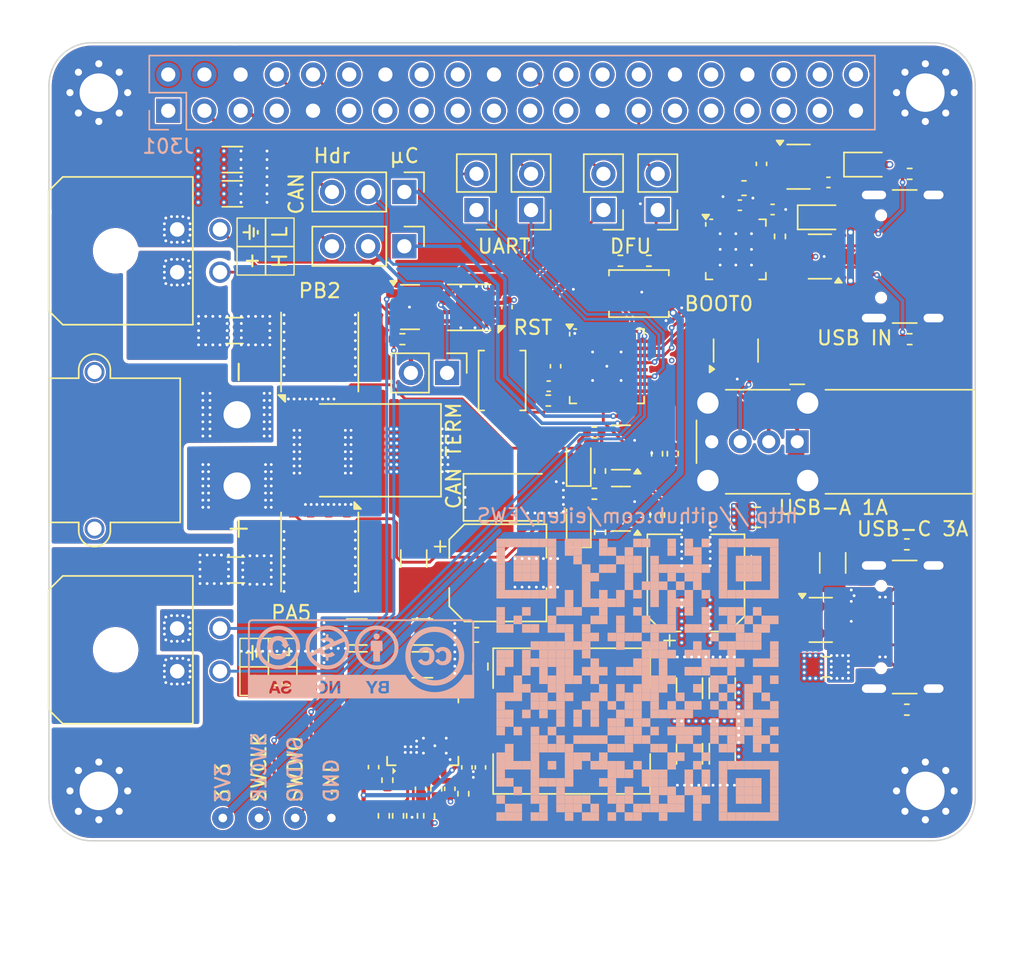
<source format=kicad_pcb>
(kicad_pcb (version 20241229) (generator "pcbnew") (generator_version "9.0")
  (layers (0 "F.Cu" signal) (4 "In1.Cu" signal) (6 "In2.Cu" signal) (2 "B.Cu" signal) (13 "F.Paste" user) (15 "B.Paste" user) (5 "F.SilkS" user "F.Silkscreen") (7 "B.SilkS" user "B.Silkscreen") (1 "F.Mask" user) (3 "B.Mask" user) (25 "Edge.Cuts" user))
  (net 0 "")
  (net 1 "GND")
  (net 2 "/Power/VCC")
  (net 3 "/Power/SS")
  (net 4 "/Power/EN")
  (net 5 "/Power/~{PGOOD}")
  (net 6 "/Power/T_{ON}")
  (net 7 "/Power/VIN")
  (net 8 "5V")
  (net 9 "/Power/FB")
  (net 10 "/Power/SW")
  (net 11 "/Power/SNB")
  (net 36 "3V3")
  (net 54 "Net-(U301-PF2)")
  (net 55 "Net-(J301-Pin_27)")
  (net 56 "Net-(J301-Pin_22)")
  (net 57 "/MCU/SWDIO")
  (net 58 "/MCU/SWCLK")
  (net 59 "Net-(J301-Pin_8)")
  (net 60 "Net-(J301-Pin_10)")
  (net 61 "/MCU/uC USART RX")
  (net 62 "/MCU/uC USART TX")
  (net 63 "/MCU/uC FDCAN1 TX")
  (net 64 "/MCU/uC FDCAN1 RX")
  (net 65 "Net-(J301-Pin_3)")
  (net 66 "Net-(J301-Pin_5)")
  (net 67 "CAN_TX")
  (net 68 "CAN_RX")
  (net 69 "uC USB DP")
  (net 70 "uC USB DN")
  (net 71 "/Connectivity/USB C DP")
  (net 72 "/Connectivity/USB C DN")
  (net 73 "/Connectivity/USB IN DP")
  (net 74 "/Connectivity/USB IN DN")
  (net 75 "/Connectivity/USB A DP")
  (net 76 "/Connectivity/USB A DN")
  (net 77 "/Connectivity/VBUS COUT")
  (net 78 "/Connectivity/CAN N")
  (net 79 "/Connectivity/1DP")
  (net 80 "/Connectivity/1DN")
  (net 81 "/Connectivity/CAN P")
  (net 82 "24V")
  (net 83 "/Connectivity/VEXT")
  (net 84 "/Connectivity/OUT1")
  (net 85 "/Connectivity/OUT2")
  (net 86 "5VD")
  (net 87 "Net-(JP401-B)")
  (net 88 "Net-(C211-Pad2)")
  (net 89 "Net-(U202-BST)")
  (net 90 "Net-(U402-VDD33)")
  (net 91 "Net-(J407-VBUS)")
  (net 93 "Net-(J405-CC1)")
  (net 94 "Net-(J405-CC2)")
  (net 96 "Net-(J406-CC1)")
  (net 97 "Net-(J406-D--PadA7)")
  (net 99 "Net-(J406-D+-PadA6)")
  (net 101 "Net-(J406-CC2)")
  (net 102 "Net-(J407-D+)")
  (net 103 "Net-(J407-D-)")
  (net 104 "Net-(JP302-A)")
  (net 105 "Net-(JP305-A)")
  (net 106 "Net-(U202-I_{LIM})")
  (net 107 "Net-(U402-~{RESET})")
  (net 120 "Net-(Q403-D)")
  (net 121 "Net-(Q403-G)")
  (net 122 "Net-(D406-A)")
  (net 125 "/Connectivity/HE GATE 2")
  (net 126 "/Connectivity/HE GATE 1")
  (net 127 "/Connectivity/OUT1F")
  (net 128 "/Connectivity/OUT2F")
  (net 129 "Net-(Q405-G)")
  (net 130 "Net-(Q405-D)")
  (net 131 "HE2 ON")
  (net 132 "HE1 ON")
  (footprint "Capacitor_SMD:C_1206_3216Metric" (layer "F.Cu") (at 185 103.5 90)
    (property "Reference" "C406" (hide yes))
    (property "Value" "22u")
  )
  (footprint "Connector_Molex:Molex_Micro-Fit_3.0_43045-0400_2x02_P3.00mm_Horizontal" (layer "F.Cu") (at 139 111.1 90)
    (property "Reference" "J402" (hide yes))
    (property "Value" "Toolhead 1")
  )
  (footprint "Inductor_SMD:L_APV_APH1050" (layer "F.Cu") (at 166.68 114.6)
    (property "Reference" "L201" (hide yes))
    (property "Value" "3.3uH" (hide yes))
  )
  (footprint "Connector_USB:USB_A_Wuerth_614004134726_Horizontal" (layer "F.Cu") (at 182.51 95 180)
    (property "Reference" "J407" (hide yes))
    (property "Value" "OUT")
  )
  (footprint "Connector_PinHeader_2.54mm:PinHeader_1x02_P2.54mm_Vertical" (layer "F.Cu") (at 163.83 78.74 180)
    (property "Reference" "JP303" (hide yes))
    (property "Value" "~")
  )
  (footprint "Capacitor_SMD:C_1206_3216Metric" (layer "F.Cu") (at 177.25 116.9 -90)
    (property "Reference" "C217" (hide yes))
    (property "Value" "22u" (hide yes))
  )
  (footprint "Resistor_SMD:R_0402_1005Metric" (layer "F.Cu") (at 172.1 82.3 180)
    (property "Reference" "R303" (hide yes))
    (property "Value" "1k")
  )
  (footprint "Button_Switch_SMD:SW_SPST_TS-1088-xR020" (layer "F.Cu") (at 161.8 90.7 -90)
    (property "Reference" "SW301" (hide yes))
    (property "Value" "RST")
  )
  (footprint "Diode_SMD:D_SMC" (layer "F.Cu") (at 152.6 95.6 180)
    (property "Reference" "D402" (hide yes))
    (property "Value" "D_Schottky")
  )
  (footprint "Package_DFN_QFN:QFN-32-1EP_5x5mm_P0.5mm_EP3.45x3.45mm" (layer "F.Cu") (at 169.15 89.7)
    (property "Reference" "U301" (hide yes))
    (property "Value" "STM32G0B1KBUx")
  )
  (footprint "Package_SON:HVSON-8-1EP_3x3mm_P0.65mm_EP1.6x2.4mm" (layer "F.Cu") (at 159.4875 85.5725 180)
    (property "Reference" "U401" (hide yes))
    (property "Value" "TJA1051TK-3")
  )
  (footprint "Connector_PinHeader_2.54mm:PinHeader_1x02_P2.54mm_Vertical" (layer "F.Cu") (at 157.9375 90.17 -90)
    (property "Reference" "JP401" (hide yes))
    (property "Value" "~")
  )
  (footprint "Package_TO_SOT_SMD:SOT-23" (layer "F.Cu") (at 170.1375 99.7 180)
    (property "Reference" "Q405" (hide yes))
    (property "Value" "AO3400A")
  )
  (footprint "Capacitor_SMD:CP_Elec_6.3x7.7" (layer "F.Cu") (at 161.5 104.2)
    (property "Reference" "C201" (hide yes))
    (property "Value" "100u" (hide yes))
  )
  (footprint "Package_TO_SOT_SMD:SOT-23-6" (layer "F.Cu") (at 184.1 82 180)
    (property "Reference" "U403" (hide yes))
    (property "Value" "USBLC6-2SC6")
  )
  (footprint "Capacitor_SMD:C_1206_3216Metric" (layer "F.Cu") (at 174.95 112.3 90)
    (property "Reference" "C214" (hide yes))
    (property "Value" "22u" (hide yes))
  )
  (footprint "Resistor_SMD:R_0603_1608Metric" (layer "F.Cu") (at 160.28 110.775 90)
    (property "Reference" "R206" (hide yes))
    (property "Value" "1R")
  )
  (footprint "Resistor_SMD:R_0402_1005Metric" (layer "F.Cu") (at 168.275 98.65)
    (property "Reference" "R414" (hide yes))
    (property "Value" "30k")
  )
  (footprint "Fuse:Fuse_0805_2012Metric" (layer "F.Cu") (at 184.5625 110.8)
    (property "Reference" "F403" (hide yes))
    (property "Value" "4A")
  )
  (footprint "Diode_SMD:D_SOD-323" (layer "F.Cu") (at 184.15 79.25)
    (property "Reference" "D406" (hide yes))
    (property "Value" "1N5819WS")
  )
  (footprint "Capacitor_SMD:C_1206_3216Metric" (layer "F.Cu") (at 142.875 75.2 180)
    (property "Reference" "C304" (hide yes))
    (property "Value" "22u")
  )
  (footprint "Connector_PinHeader_2.54mm:PinHeader_1x03_P2.54mm_Vertical" (layer "F.Cu") (at 154.94 77.47 -90)
    (property "Reference" "JP306" (hide yes))
    (property "Value" "Jumper_3_Open")
  )
  (footprint "Package_DFN_QFN:AO_DFN-8-1EP_5.55x5.2mm_P1.27mm_EP4.12x4.6mm" (layer "F.Cu") (at 149 88.7 90)
    (property "Reference" "Q401" (hide yes))
    (property "Value" "CJAC70P06")
  )
  (footprint "Package_TO_SOT_SMD:SOT-23" (layer "F.Cu") (at 155.3375 85.5475)
    (property "Reference" "D404" (hide yes))
    (property "Value" "NUP2105L")
  )
  (footprint "Capacitor_SMD:C_0402_1005Metric" (layer "F.Cu") (at 162.1375 85.5475 90)
    (property "Reference" "C403" (hide yes))
    (property "Value" "100n")
  )
  (footprint "Fuse:Fuse_1206_3216Metric_Pad1.42x1.75mm_HandSolder" (layer "F.Cu") (at 143.1125 104 180)
    (property "Reference" "F401" (hide yes))
    (property "Value" "5A")
  )
  (footprint "Resistor_SMD:R_0402_1005Metric" (layer "F.Cu") (at 155.48 121.25 -90)
    (property "Reference" "R204" (hide yes))
    (property "Value" "30k" (hide yes))
  )
  (footprint "Package_DFN_QFN:AO_DFN-8-1EP_5.55x5.2mm_P1.27mm_EP4.12x4.6mm" (layer "F.Cu") (at 149 102.735 -90)
    (property "Reference" "Q404" (hide yes))
    (property "Value" "CJAC70P06")
  )
  (footprint "MountingHole:MountingHole_2.7mm_Pad_Via" (layer "F.Cu") (at 133.5 119.5)
    (property "Reference" "MH103" (hide yes))
    (property "Value" "MountingHole_Pad")
  )
  (footprint "project:NAMED_TEST_POINT" (layer "F.Cu") (at 147.28 121.4 90)
    (property "Reference" "TP303" (hide yes))
    (property "Value" "SWDIO")
  )
  (footprint "Package_TO_SOT_SMD:SOT-23-3" (layer "F.Cu") (at 182.6 75.7)
    (property "Reference" "U201" (hide yes))
    (property "Value" "XC6206PxxxMR")
  )
  (footprint "Capacitor_SMD:C_0402_1005Metric" (layer "F.Cu") (at 165.07 91.1)
    (property "Reference" "C301" (hide yes))
    (property "Value" "100n")
  )
  (footprint "Capacitor_SMD:C_0402_1005Metric" (layer "F.Cu") (at 152.78 117.83 90)
    (property "Reference" "C211" (hide yes))
    (property "Value" "1u" (hide yes))
  )
  (footprint "Capacitor_SMD:C_1206_3216Metric" (layer "F.Cu") (at 142.875 77.6 180)
    (property "Reference" "C303" (hide yes))
    (property "Value" "22u")
  )
  (footprint "Capacitor_SMD:C_0402_1005Metric" (layer "F.Cu") (at 158.13 119.35 90)
    (property "Reference" "C213" (hide yes))
    (property "Value" "1n" (hide yes))
  )
  (footprint "Diode_SMD:D_SOD-323" (layer "F.Cu") (at 167.175 100.8 90)
    (property "Reference" "D407" (hide yes))
    (property "Value" "BZT52C15S")
  )
  (footprint "MountingHole:MountingHole_2.7mm_Pad_Via" (layer "F.Cu") (at 191.5 119.5)
    (property "Reference" "MH104" (hide yes))
    (property "Value" "MountingHole_Pad")
  )
  (footprint "MountingHole:MountingHole_2.7mm_Pad_Via" (layer "F.Cu") (at 191.5 70.5)
    (property "Reference" "MH102" (hide yes))
    (property "Value" "MountingHole_Pad")
  )
  (footprint "Capacitor_SMD:C_0402_1005Metric" (layer "F.Cu") (at 159.33 117.85 -90)
    (property "Reference" "C208" (hide yes))
    (property "Value" "100n" (hide yes))
  )
  (footprint "Diode_SMD:D_SMA" (layer "F.Cu") (at 162.6 98.9)
    (property "Reference" "D403" (hide yes))
    (property "Value" "SMAJ26A")
  )
  (footprint "Resistor_SMD:R_0402_1005Metric" (layer "F.Cu") (at 165.04 92.11)
    (property "Reference" "R301" (hide yes))
    (property "Value" "1k")
  )
  (footprint "project:IC_XR76203ELTR-F" (layer "F.Cu") (at 156.23 115.2 90)
    (property "Reference" "U202" (hide yes))
    (property "Value" "XR76208" (hide yes))
  )
  (footprint "Resistor_SMD:R_0402_1005Metric" (layer "F.Cu") (at 172.675 95.84 -90)
    (property "Reference" "R406" (hide yes))
    (property "Value" "30k")
  )
  (footprint "Capacitor_SMD:C_1206_3216Metric" (layer "F.Cu") (at 151.605 110.65 180)
    (property "Reference" "C205" (hide yes))
    (property "Value" "10u" (hide yes))
  )
  (footprint "Connector_PinHeader_2.54mm:PinHeader_1x02_P2.54mm_Vertical" (layer "F.Cu") (at 168.91 78.74 180)
    (property "Reference" "JP302" (hide yes))
    (property "Value" "~")
  )
  (footprint "Resistor_SMD:R_0402_1005Metric" (layer "F.Cu") (at 173.775 95.84 90)
    (property "Reference" "R407" (hide yes))
    (property "Value" "1k")
  )
  (footprint "Fuse:Fuse_0805_2012Metric" (layer "F.Cu") (at 179.6625 100.3)
    (property "Reference" "F404" (hide yes))
    (property "Value" "1.5A")
  )
  (footprint "Capacitor_SMD:C_1206_3216Metric" (layer "F.Cu") (at 180.2 103.7 -90)
    (property "Reference" "C407" (hide yes))
    (property "Value" "22u")
  )
  (footprint "Connector_PinHeader_2.54mm:PinHeader_1x02_P2.54mm_Vertical" (layer "F.Cu") (at 160 78.74 180)
    (property "Reference" "JP304" (hide yes))
    (property "Value" "~")
  )
  (footprint "Fuse:Fuse_1206_3216Metric_Pad1.42x1.75mm_HandSolder" (layer "F.Cu") (at 155.6 103.2 90)
    (property "Reference" "F201" (hide yes))
    (property "Value" "3A")
  )
  (footprint "Capacitor_SMD:C_1206_3216Metric" (layer "F.Cu") (at 151.605 108.35 180)
    (property "Reference" "C202" (hide yes))
    (property "Value" "10u" (hide yes))
  )
  (footprint "Resistor_SMD:R_0402_1005Metric" (layer "F.Cu") (at 159.08 119.7 -90)
    (property "Reference" "R208" (hide yes))
    (property "Value" "2k" (hide yes))
  )
  (footprint "Capacitor_SMD:C_0402_1005Metric" (layer "F.Cu") (at 156.08 119.35 -90)
    (property "Reference" "C210" (hide yes))
    (property "Value" "100n" (hide yes))
  )
  (footprint "Resistor_SMD:R_0402_1005Metric" (layer "F.Cu") (at 157.18 119.35 90)
    (property "Reference" "R207" (hide yes))
    (property "Value" "15.5k" (hide yes))
  )
  (footprint "MountingHole:MountingHole_2.7mm_Pad_Via" (layer "F.Cu") (at 133.5 70.5)
    (property "Reference" "MH101" (hide yes))
    (property "Value" "MountingHole_Pad")
  )
  (footprint "Button_Switch_SMD:SW_SPST_TS-1088-xR020" (layer "F.Cu") (at 171.4 84.6 180)
    (property "Reference" "SW302" (hide yes))
    (property "Value" "BOOT0")
  )
  (footprint "Capacitor_SMD:C_0402_1005Metric" (layer "F.Cu") (at 180.78 78.7)
    (property "Reference" "C401" (hide yes))
    (property "Value" "100n")
  )
  (footprint "Capacitor_SMD:C_0402_1005Metric" (layer "F.Cu") (at 165.55 89.7 90)
    (property "Reference" "C302" (hide yes))
    (property "Value" "100n")
  )
  (footprint "Resistor_SMD:R_0402_1005Metric" (layer "F.Cu") (at 170.1 82.3 180)
    (property "Reference" "R302" (hide yes))
    (property "Value" "10k")
  )
  (footprint "Resistor_SMD:R_0402_1005Metric" (layer "F.Cu") (at 168.265 94.35)
    (property "Reference" "R403" (hide yes))
    (property "Value" "30k")
  )
  (footprint "Package_TO_SOT_SMD:SOT-23-6" (layer "F.Cu") (at 184.1625 107.5)
    (property "Reference" "U404" (hide yes))
    (property "Value" "USBLC6-2SC6")
  )
  (footprint "Resistor_SMD:R_0402_1005Metric" (layer "F.Cu") (at 190.2 113.8 180)
    (property "Reference" "R412" (hide yes))
    (property "Value" "10k")
  )
  (footprint "Connector_PinHeader_2.54mm:PinHeader_1x03_P2.54mm_Vertical" (layer "F.Cu") (at 154.94 81.28 -90)
    (property "Reference" "JP301" (hide yes))
    (property "Value" "Jumper_3_Open")
  )
  (footprint "Diode_SMD:D_SOD-323" (layer "F.Cu") (at 187.4 75.55)
    (property "Reference" "D405" (hide yes))
    (property "Value" "1N5819WS")
  )
  (footprint "Resistor_SMD:R_0402_1005Metric" (layer "F.Cu") (at 156.68 121.25 90)
    (property "Reference" "R203" (hide yes))
    (property "Value" "10k" (hide yes))
  )
  (footprint "Package_TO_SOT_SMD:SOT-23" (layer "F.Cu") (at 170.1375 95.4 180)
    (property "Reference" "Q403" (hide yes))
    (property "Value" "AO3400A")
  )
  (footprint "Resistor_SMD:R_0402_1005Metric" (layer "F.Cu") (at 190.2 102.2 180)
    (property "Reference" "R410" (hide yes))
    (property "Value" "10k")
  )
  (footprint "Diode_SMD:D_SOD-323" (layer "F.Cu") (at 167.175 96.5 90)
    (property "Reference" "D401" (hide yes))
    (property "Value" "BZT52C15S")
  )
  (footprint "Resistor_SMD:R_0402_1005Metric" (layer "F.Cu") (at 190.4 87.8 180)
    (property "Reference" "R409" (hide yes))
    (property "Value" "5k1")
  )
  (footprint "Capacitor_SMD:C_1206_3216Metric" (layer "F.Cu") (at 177.25 112.3 90)
    (property "Reference" "C215" (hide yes))
    (property "Value" "22u" (hide yes))
  )
  (footprint "Resistor_SMD:R_0402_1005Metric" (layer "F.Cu") (at 173.575 100.14 90)
    (property "Reference" "R416" (hide yes))
    (property "Value" "1k")
  )
  (footprint "Connector_AMASS:AMASS_XT30PW-M_1x02_P2.50mm_Horizontal" (layer "F.Cu") (at 143.2 93.1 90)
    (property "Reference" "J401" (hide yes))
    (property "Value" "PWR IN")
  )
  (footprint "Connector_PinHeader_2.54mm:PinHeader_1x02_P2.54mm_Vertical" (layer "F.Cu") (at 172.72 78.74 180)
    (property "Reference" "JP305" (hide yes))
    (property "Value" "~")
  )
  (footprint "Resistor_SMD:R_0402_1005Metric" (layer "F.Cu") (at 168.675 101.35 90)
    (property "Reference" "R413" (hide yes))
    (property "Value" "30k")
  )
  (footprint "Connector_USB:USB_C_Receptacle_GCT_USB4105-xx-A_16P_TopMnt_Horizontal" (layer "F.Cu") (at 191 108 90)
    (property "Reference" "J406" (hide yes))
    (property "Value" "OUT")
  )
  (footprint "Package_DFN_QFN:QFN-24-1EP_4x4mm_P0.5mm_EP2.7x2.7mm_ThermalVias" (layer "F.Cu") (at 178.2 81.5)
    (property "Reference" "U402" (hide yes))
    (property "Value" "CH334F")
  )
  (footprint "Resistor_SMD:R_0402_1005Metric" (layer "F.Cu") (at 190.4 76.2 180)
    (property "Reference" "R411" (hide yes))
    (property "Value" "5k1")
  )
  (footprint "Capacitor_SMD:C_1206_3216Metric" (layer "F.Cu") (at 156.205 108.35)
    (property "Reference" "C206" (hide yes))
    (property "Value" "10u")
  )
  (footprint "Resistor_SMD:R_0402_1005Metric" (layer "F.Cu") (at 172.575 100.14 -90)
    (property "Reference" "R415" (hide yes))
    (property "Value" "30k")
  )
  (footprint "Capacitor_SMD:C_0603_1608Metric" (layer "F.Cu") (at 160.005 108.55 180)
    (property "Reference" "C212" (hide yes))
    (property "Value" "220p")
  )
  (footprint "project:NAMED_TEST_POINT" (layer "F.Cu") (at 142.2 121.4 90)
    (property "Reference" "TP302" (hide yes))
    (property "Value" "3V3")
  )
  (footprint "Capacitor_SMD:C_1206_3216Metric" (layer "F.Cu") (at 174.95 116.9 -90)
    (property "Reference" "C216" (hide yes))
    (property "Value" "22u" (hide yes))
  )
  (footprint "Capacitor_SMD:CP_Elec_6.3x7.7" (layer "F.Cu") (at 175.4 104.9 90)
    (property "Reference" "C405" (hide yes))
    (property "Value" "100u")
  )
  (footprint "Connector_Molex:Molex_Micro-Fit_3.0_43045-0400_2x02_P3.00mm_Horizontal" (layer "F.Cu") (at 139 83.1 90)
    (property "Reference" "J403" (hide yes))
    (property "Value" "Toolhead 2")
  )
  (footprint "Resistor_SMD:R_0402_1005Metric" (layer "F.Cu") (at 153.75 118.75 -90)
    (property "Reference" "R205" (hide yes))
    (property "Value" "5k6" (hide yes))
  )
  (footprint "Resistor_SMD:R_0402_1005Metric" (layer "F.Cu") (at 181.3 80.59 90)
    (property "Reference" "R408" (hide yes))
    (property "Value" "1k")
  )
  (footprint "Resistor_SMD:R_0402_1005Metric" (layer "F.Cu") (at 168.675 97.05 90)
    (property "Reference" "R401" (hide yes))
    (property "Value" "30k")
  )
  (footprint "project:NAMED_TEST_POINT" (layer "F.Cu") (at 149.82 121.4 90)
    (property "Reference" "TP301" (hide yes))
    (property "Value" "GND")
  )
  (footprint "Capacitor_SMD:C_0402_1005Metric" (layer "F.Cu") (at 160.28 117.85 -90)
    (property "Reference" "C209" (hide yes))
    (property "Value" "4u7" (hide yes))
  )
  (footprint "Capacitor_SMD:C_1206_3216Metric" (layer "F.Cu") (at 156.205 110.65)
    (property "Reference" "C204" (hide yes))
    (property "Value" "10u")
  )
  (footprint "Connector_USB:USB_C_Receptacle_GCT_USB4105-xx-A_16P_TopMnt_Horizontal" (layer "F.Cu") (at 191 82 90)
    (property "Reference" "J405" (hide yes))
    (property "Value" "IN")
  )
  (footprint "Capacitor_SMD:C_0402_1005Metric" (layer "F.Cu") (at 184.7 76.8 180)
    (property "Reference" "C203" (hide yes))
    (property "Value" "1u")
  )
  (footprint "Resistor_SMD:R_0402_1005Metric" (layer "F.Cu") (at 154.5 121.25 -90)
    (property "Reference" "R202" (hide yes))
    (property "Value" "2k2")
  )
  (footprint "project:NAMED_TEST_POINT" (layer "F.Cu") (at 144.74 121.4 90)
    (property "Reference" "TP304" (hide yes))
    (property "Value" "SWCLK")
  )
  (footprint "Capacitor_SMD:C_0603_1608Metric" (layer "F.Cu") (at 178.775 77.2)
    (property "Reference" "C402" (hide yes))
    (property "Value" "10u")
  )
  (footprint "Package_TO_SOT_SMD:SOT-23-6" (layer "F.Cu") (at 178.2 88.6 90)
    (property "Reference" "U405" (hide yes))
    (property "Value" "USBLC6-2SC6")
  )
  (footprint "Resistor_SMD:R_0402_1005Metric" (layer "F.Cu") (at 153.5 121.25 90)
    (property "Reference" "R201" (hide yes))
    (property "Value" "100k" (hide yes))
  )
  (footprint "Resistor_SMD:R_0402_1005Metric_Pad0.72x0.64mm_HandSolder" (layer "F.Cu") (at 154.8 87.8 180)
    (property "Reference" "R405" (hide yes))
    (property "Value" "120R")
  )
  (footprint "Fuse:Fuse_1206_3216Metric_Pad1.42x1.75mm_HandSolder" (layer "F.Cu") (at 143.0125 87.2 180)
    (property "Reference" "F402" (hide yes))
    (property "Value" "5A")
  )
  (footprint "Capacitor_SMD:C_0402_1005Metric" (layer "F.Cu") (at 180 75.5 -90)
    (property "Reference" "C207" (hide yes))
    (property "Value" "1u")
  )
  (footprint "Capacitor_SMD:C_0402_1005Metric" (layer "F.Cu") (at 178.48 78.4)
    (property "Reference" "C404" (hide yes))
    (property "Value" "100n")
  )
  (footprint "project:http___github.com_eiten_EWS" (layer "B.Cu") (at 171.3 111.7 180)
    (property "Reference" "QR*****" (hide yes))
    (property "Value" "http://github.com/eiten/EWS")
  )
  (footprint "project:CC_BY_NC_SA 4" (layer "B.Cu") (at 157.6 109.4 180)
    (property "Reference" "REF**" (hide yes))
    (property "Value" "CC_BY_NC_SA 4")
  )
  (footprint "Connector_PinSocket_2.54mm:PinSocket_2x20_P2.54mm_Vertical" (layer "B.Cu") (at 138.37 71.77 -90)
    (property "Reference" "J301")
    (property "Value" "GPIO")
  )
  (gr_rect (start 145.2 79.3) (end 147.2 81.3) (stroke (width 0.1)) (fill no) (layer "F.SilkS"))
  (gr_rect (start 145.4 108.8) (end 147.4 110.8) (stroke (width 0.1)) (fill no) (layer "F.SilkS"))
  (gr_rect (start 143.2 81.3) (end 145.2 83.3) (stroke (width 0.1)) (fill no) (layer "F.SilkS"))
  (gr_rect (start 143.4 110.8) (end 145.4 112.8) (stroke (width 0.1)) (fill no) (layer "F.SilkS"))
  (gr_rect (start 145.2 81.3) (end 147.2 83.3) (stroke (width 0.1)) (fill no) (layer "F.SilkS"))
  (gr_rect (start 145.4 110.8) (end 147.4 112.8) (stroke (width 0.1)) (fill no) (layer "F.SilkS"))
  (gr_rect (start 143.2 79.3) (end 145.2 81.3) (stroke (width 0.1)) (fill no) (layer "F.SilkS"))
  (gr_rect (start 143.4 108.8) (end 145.4 110.8) (stroke (width 0.1)) (fill no) (layer "F.SilkS"))
  (gr_arc (start 195 120) (mid 194.12132 122.12132) (end 192 123) (stroke (width 0.1)) (layer "Edge.Cuts"))
  (gr_line (start 192 67) (end 133 67) (stroke (width 0.1)) (layer "Edge.Cuts"))
  (gr_line (start 195 120) (end 195 70) (stroke (width 0.1)) (layer "Edge.Cuts"))
  (gr_arc (start 192 67) (mid 194.12132 67.87868) (end 195 70) (stroke (width 0.1)) (layer "Edge.Cuts"))
  (gr_arc (start 133 123) (mid 130.87868 122.12132) (end 130 120) (stroke (width 0.1)) (layer "Edge.Cuts"))
  (gr_line (start 133 123) (end 192 123) (stroke (width 0.1)) (layer "Edge.Cuts"))
  (gr_arc (start 130 70) (mid 130.87868 67.87868) (end 133 67) (stroke (width 0.1)) (layer "Edge.Cuts"))
  (gr_line (start 130 70) (end 130 120) (stroke (width 0.1)) (layer "Edge.Cuts"))
  (gr_text "H" (at 146.2 82.3 90) (layer "F.SilkS") (effects (font (size 1 1))))
  (gr_text "CAN" (at 147.35 77.6 90) (layer "F.SilkS") (effects (font (size 1 1))))
  (gr_text "⏚" (at 144.4 109.8 90) (layer "F.SilkS") (effects (font (size 1 1))))
  (gr_text "BOOT0" (at 174.5 85.9 0) (layer "F.SilkS") (effects (font (size 1 1)) (justify left bottom)))
  (gr_text "Hdr" (at 149.86 74.93 0) (layer "F.SilkS") (effects (font (size 1 1))))
  (gr_text "μC" (at 154.94 74.93 0) (layer "F.SilkS") (effects (font (size 1 1))))
  (gr_text "PA5" (at 147 107 0) (layer "F.SilkS") (effects (font (size 1 1))))
  (gr_text "DFU" (at 170.815 81.28 0) (layer "F.SilkS") (effects (font (size 1 1))))
  (gr_text "USB-A 1A" (at 181.1 100.2 0) (layer "F.SilkS") (effects (font (size 1 1)) (justify left bottom)))
  (gr_text "⏚" (at 144.2 80.3 90) (layer "F.SilkS") (effects (font (size 1 1))))
  (gr_text "RST" (at 162.5 87.565 0) (layer "F.SilkS") (effects (font (size 1 1)) (justify left bottom)))
  (gr_text "UART" (at 161.925 81.28 0) (layer "F.SilkS") (effects (font (size 1 1))))
  (gr_text "+" (at 144.4 111.8 90) (layer "F.SilkS") (effects (font (size 1 1))))
  (gr_text "L" (at 146.4 109.8 90) (layer "F.SilkS") (effects (font (size 1 1))))
  (gr_text "USB IN" (at 183.8 88.3 0) (layer "F.SilkS") (effects (font (size 1 1)) (justify left bottom)))
  (gr_text "L" (at 146.2 80.3 90) (layer "F.SilkS") (effects (font (size 1 1))))
  (gr_text "H" (at 146.4 111.8 90) (layer "F.SilkS") (effects (font (size 1 1))))
  (gr_text "USB-C 3A" (at 186.6 101.7 0) (layer "F.SilkS") (effects (font (size 1 1)) (justify left bottom)))
  (gr_text "PB2" (at 149 84.4 0) (layer "F.SilkS") (effects (font (size 1 1))))
  (gr_text "+" (at 144.2 82.3 90) (layer "F.SilkS") (effects (font (size 1 1))))
  (gr_text "CAN TERM" (at 158.4 92.15 90) (layer "F.SilkS") (effects (font (size 1 1)) (justify right)))
  (via (at 173.7 89.3) (size 0.4) (drill 0.2) (layers "F.Cu" "B.Cu") (net 0))
  (via (at 145.3 75.8) (size 0.4) (drill 0.2) (layers "F.Cu" "B.Cu") (net 1))
  (via (at 174.6 110.1) (size 0.4) (drill 0.2) (layers "F.Cu" "B.Cu") (net 1))
  (via (at 149.8 109.5) (size 0.4) (drill 0.2) (layers "F.Cu" "B.Cu") (net 1))
  (via (at 158.15 117.3) (size 0.4) (drill 0.2) (layers "F.Cu" "B.Cu") (net 1))
  (via (at 163.2 103.2) (size 0.4) (drill 0.2) (layers "F.Cu" "B.Cu") (net 1))
  (via (at 162.7 103.2) (size 0.4) (drill 0.2) (layers "F.Cu" "B.Cu") (net 1))
  (via (at 174.4 103.2) (size 0.4) (drill 0.2) (layers "F.Cu" "B.Cu") (net 1))
  (via (at 158.48 110.75) (size 0.4) (drill 0.2) (layers "F.Cu" "B.Cu") (net 1))
  (via (at 145.5 92.6) (size 0.4) (drill 0.2) (layers "F.Cu" "B.Cu") (net 1))
  (via (at 158.48 110.25) (size 0.4) (drill 0.2) (layers "F.Cu" "B.Cu") (net 1))
  (via (at 149.3 110) (size 0.4) (drill 0.2) (layers "F.Cu" "B.Cu") (net 1))
  (via (at 145.3 74.6) (size 0.4) (drill 0.2) (layers "F.Cu" "B.Cu") (net 1))
  (via (at 178.3 90.6) (size 0.4) (drill 0.2) (layers "F.Cu" "B.Cu") (net 1))
  (via (at 139.8 80.9) (size 0.4) (drill 0.2) (layers "F.Cu" "B.Cu") (net 1))
  (via (at 140.8 93.1) (size 0.4) (drill 0.2) (layers "F.Cu" "B.Cu") (net 1))
  (via (at 166.8 84.3) (size 0.4) (drill 0.2) (layers "F.Cu" "B.Cu") (net 1))
  (via (at 184.4 82) (size 0.4) (drill 0.2) (layers "F.Cu" "B.Cu") (net 1))
  (via (at 177.6 110.1) (size 0.4) (drill 0.2) (layers "F.Cu" "B.Cu") (net 1))
  (via (at 171.1 94.9) (size 0.4) (drill 0.2) (layers "F.Cu" "B.Cu") (net 1))
  (via (at 175.1 119.1) (size 0.4) (drill 0.2) (layers "F.Cu" "B.Cu") (net 1))
  (via (at 145.3 78.2) (size 0.4) (drill 0.2) (layers "F.Cu" "B.Cu") (net 1))
  (via (at 176.4 102.7) (size 0.4) (drill 0.2) (layers "F.Cu" "B.Cu") (net 1))
  (via (at 172.2 100.1) (size 0.4) (drill 0.2) (layers "F.Cu" "B.Cu") (net 1))
  (via (at 150.3 109.5) (size 0.4) (drill 0.2) (layers "F.Cu" "B.Cu") (net 1))
  (via (at 174.4 101.7) (size 0.4) (drill 0.2) (layers "F.Cu" "B.Cu") (net 1))
  (via (at 139.4 81) (size 0.4) (drill 0.2) (layers "F.Cu" "B.Cu") (net 1))
  (via (at 149.3 109) (size 0.4) (drill 0.2) (layers "F.Cu" "B.Cu") (net 1))
  (via (at 138.6 81) (size 0.4) (drill 0.2) (layers "F.Cu" "B.Cu") (net 1))
  (via (at 163.2 105.2) (size 0.4) (drill 0.2) (layers "F.Cu" "B.Cu") (net 1))
  (via (at 165.2 105.2) (size 0.4) (drill 0.2) (layers "F.Cu" "B.Cu") (net 1))
  (via (at 138.1 80.5) (size 0.4) (drill 0.2) (layers "F.Cu" "B.Cu") (net 1))
  (via (at 149.3 111.6) (size 0.4) (drill 0.2) (layers "F.Cu" "B.Cu") (net 1))
  (via (at 164.6 100) (size 0.4) (drill 0.2) (layers "F.Cu" "B.Cu") (net 1))
  (via (at 145.3 77) (size 0.4) (drill 0.2) (layers "F.Cu" "B.Cu") (net 1))
  (via (at 138.1 108.5) (size 0.4) (drill 0.2) (layers "F.Cu" "B.Cu") (net 1))
  (via (at 145.1 93.1) (size 0.4) (drill 0.2) (layers "F.Cu" "B.Cu") (net 1))
  (via (at 166.9 87.4) (size 0.4) (drill 0.2) (layers "F.Cu" "B.Cu") (net 1))
  (via (at 165.2 103.2) (size 0.4) (drill 0.2) (layers "F.Cu" "B.Cu") (net 1))
  (via (at 139.4 109) (size 0.4) (drill 0.2) (layers "F.Cu" "B.Cu") (net 1))
  (via (at 140.8 92.1) (size 0.4) (drill 0.2) (layers "F.Cu" "B.Cu") (net 1))
  (via (at 177.1 119.1) (size 0.4) (drill 0.2) (layers "F.Cu" "B.Cu") (net 1))
  (via (at 170.15 88.7) (size 0.4) (drill 0.2) (layers "F.Cu" "B.Cu") (net 1))
  (via (at 165.7 105.2) (size 0.4) (drill 0.2) (layers "F.Cu" "B.Cu") (net 1))
  (via (at 149.3 110.5) (size 0.4) (drill 0.2) (layers "F.Cu" "B.Cu") (net 1))
  (via (at 176.4 103.7) (size 0.4) (drill 0.2) (layers "F.Cu" "B.Cu") (net 1))
  (via (at 158.9 84.1) (size 0.4) (drill 0.2) (layers "F.Cu" "B.Cu") (net 1))
  (via (at 145.1 94.6) (size 0.4) (drill 0.2) (layers "F.Cu" "B.Cu") (net 1))
  (via (at 140.8 91.6) (size 0.4) (drill 0.2) (layers "F.Cu" "B.Cu") (net 1))
  (via (at 162.7 105.2) (size 0.4) (drill 0.2) (layers "F.Cu" "B.Cu") (net 1))
  (via (at 174.4 101.2) (size 0.4) (drill 0.2) (layers "F.Cu" "B.Cu") (net 1))
  (via (at 145.5 93.1) (size 0.4) (drill 0.2) (layers "F.Cu" "B.Cu") (net 1))
  (via (at 155.4 116.8) (size 0.4) (drill 0.2) (layers "F.Cu" "B.Cu") (net 1))
  (via (at 166.1 99.4) (size 0.4) (drill 0.2) (layers "F.Cu" "B.Cu") (net 1))
  (via (at 158.9 87) (size 0.4) (drill 0.2) (layers "F.Cu" "B.Cu") (net 1))
  (via (at 141.3 94.1) (size 0.4) (drill 0.2) (layers "F.Cu" "B.Cu") (net 1))
  (via (at 141.3 93.6) (size 0.4) (drill 0.2) (layers "F.Cu" "B.Cu") (net 1))
  (via (at 164.7 105.2) (size 0.4) (drill 0.2) (layers "F.Cu" "B.Cu") (net 1))
  (via (at 174.1 119.1) (size 0.4) (drill 0.2) (layers "F.Cu" "B.Cu") (net 1))
  (via (at 145.5 94.1) (size 0.4) (drill 0.2) (layers "F.Cu" "B.Cu") (net 1))
  (via (at 178.1 110.1) (size 0.4) (drill 0.2) (layers "F.Cu" "B.Cu") (net 1))
  (via (at 168.15 90.7) (size 0.4) (drill 0.2) (layers "F.Cu" "B.Cu") (net 1))
  (via (at 149.3 108.5) (size 0.4) (drill 0.2) (layers "F.Cu" "B.Cu") (net 1))
  (via (at 139.9 108.5) (size 0.4) (drill 0.2) (layers "F.Cu" "B.Cu") (net 1))
  (via (at 145.5 94.6) (size 0.4) (drill 0.2) (layers "F.Cu" "B.Cu") (net 1))
  (via (at 145.1 93.6) (size 0.4) (drill 0.2) (layers "F.Cu" "B.Cu") (net 1))
  (via (at 141.3 91.6) (size 0.4) (drill 0.2) (layers "F.Cu" "B.Cu") (net 1))
  (via (at 138.1 107.7) (size 0.4) (drill 0.2) (layers "F.Cu" "B.Cu") (net 1))
  (via (at 155.8 116.4) (size 0.4) (drill 0.2) (layers "F.Cu" "B.Cu") (net 1))
  (via (at 174.4 102.7) (size 0.4) (drill 0.2) (layers "F.Cu" "B.Cu") (net 1))
  (via (at 165.6 100) (size 0.4) (drill 0.2) (layers "F.Cu" "B.Cu") (net 1))
  (via (at 155 116.4) (size 0.4) (drill 0.2) (layers "F.Cu" "B.Cu") (net 1))
  (via (at 158.48 109.25) (size 0.4) (drill 0.2) (layers "F.Cu" "B.Cu") (net 1))
  (via (at 158.48 107.75) (size 0.4) (drill 0.2) (layers "F.Cu" "B.Cu") (net 1))
  (via (at 143.475 75.8) (size 0.4) (drill 0.2) (layers "F.Cu" "B.Cu") (net 1))
  (via (at 145.3 77.6) (size 0.4) (drill 0.2) (layers "F.Cu" "B.Cu") (net 1))
  (via (at 159.78 118.55) (size 0.4) (drill 0.2) (layers "F.Cu" "B.Cu") (net 1))
  (via (at 145.5 91.6) (size 0.4) (drill 0.2) (layers "F.Cu" "B.Cu") (net 1))
  (via (at 172.3 95.8) (size 0.4) (drill 0.2) (layers "F.Cu" "B.Cu") (net 1))
  (via (at 143.475 75.2) (size 0.4) (drill 0.2) (layers "F.Cu" "B.Cu") (net 1))
  (via (at 158.48 109.75) (size 0.4) (drill 0.2) (layers "F.Cu" "B.Cu") (net 1))
  (via (at 138.2 108.9) (size 0.4) (drill 0.2) (layers "F.Cu" "B.Cu") (net 1))
  (via (at 165.6 97.8) (size 0.4) (drill 0.2) (layers "F.Cu" "B.Cu") (net 1))
  (via (at 139.4 79.2) (size 0.4) (drill 0.2) (layers "F.Cu" "B.Cu") (net 1))
  (via (at 174.6 119.1) (size 0.4) (drill 0.2) (layers "F.Cu" "B.Cu") (net 1))
  (via (at 175.6 119.1) (size 0.4) (drill 0.2) (layers "F.Cu" "B.Cu") (net 1))
  (via (at 159.9 87) (size 0.4) (drill 0.2) (layers "F.Cu" "B.Cu") (net 1))
  (via (at 169.15 89.7) (size 0.4) (drill 0.2) (layers "F.Cu" "B.Cu") (net 1))
  (via (at 177.3 77.8) (size 0.4) (drill 0.2) (layers "F.Cu" "B.Cu") (net 1))
  (via (at 139 79.2) (size 0.4) (drill 0.2) (layers "F.Cu" "B.Cu") (net 1))
  (via (at 159.78 118.15) (size 0.4) (drill 0.2) (layers "F.Cu" "B.Cu") (net 1))
  (via (at 145.3 76.4) (size 0.4) (drill 0.2) (layers "F.Cu" "B.Cu") (net 1))
  (via (at 139 81) (size 0.4) (drill 0.2) (layers "F.Cu" "B.Cu") (net 1))
  (via (at 138.1 79.7) (size 0.4) (drill 0.2) (layers "F.Cu" "B.Cu") (net 1))
  (via (at 176.4 101.2) (size 0.4) (drill 0.2) (layers "F.Cu" "B.Cu") (net 1))
  (via (at 164.2 105.2) (size 0.4) (drill 0.2) (layers "F.Cu" "B.Cu") (net 1))
  (via (at 174.1 110.1) (size 0.4) (drill 0.2) (layers "F.Cu" "B.Cu") (net 1))
  (via (at 138.6 79.2) (size 0.4) (drill 0.2) (layers "F.Cu" "B.Cu") (net 1))
  (via (at 164.1 100) (size 0.4) (drill 0.2) (layers "F.Cu" "B.Cu") (net 1))
  (via (at 155.4 116.4) (size 0.4) (drill 0.2) (layers "F.Cu" "B.Cu") (net 1))
  (via (at 140.8 92.6) (size 0.4) (drill 0.2) (layers "F.Cu" "B.Cu") (net 1))
  (via (at 139.8 108.9) (size 0.4) (drill 0.2) (layers "F.Cu" "B.Cu") (net 1))
  (via (at 160 84.1) (size 0.4) (drill 0.2) (layers "F.Cu" "B.Cu") (net 1))
  (via (at 164.7 103.2) (size 0.4) (drill 0.2) (layers "F.Cu" "B.Cu") (net 1))
  (via (at 141.3 93.1) (size 0.4) (drill 0.2) (layers "F.Cu" "B.Cu") (net 1))
  (via (at 141.3 92.1) (size 0.4) (drill 0.2) (layers "F.Cu" "B.Cu") (net 1))
  (via (at 166.1 98.9) (size 0.4) (drill 0.2) (layers "F.Cu" "B.Cu") (net 1))
  (via (at 145.5 93.6) (size 0.4) (drill 0.2) (layers "F.Cu" "B.Cu") (net 1))
  (via (at 141.3 92.6) (size 0.4) (drill 0.2) (layers "F.Cu" "B.Cu") (net 1))
  (via (at 158.48 111.25) (size 0.4) (drill 0.2) (layers "F.Cu" "B.Cu") (net 1))
  (via (at 165.1 100) (size 0.4) (drill 0.2) (layers "F.Cu" "B.Cu") (net 1))
  (via (at 155.8 116) (size 0.4) (drill 0.2) (layers "F.Cu" "B.Cu") (net 1))
  (via (at 138.6 107.2) (size 0.4) (drill 0.2) (layers "F.Cu" "B.Cu") (net 1))
  (via (at 171.1 99.2) (size 0.4) (drill 0.2) (layers "F.Cu" "B.Cu") (net 1))
  (via (at 166.1 98.4) (size 0.4) (drill 0.2) (layers "F.Cu" "B.Cu") (net 1))
  (via (at 163.6 100) (size 0.4) (drill 0.2) (layers "F.Cu" "B.Cu") (net 1))
  (via (at 143.475 76.4) (size 0.4) (drill 0.2) (layers "F.Cu" "B.Cu") (net 1))
  (via (at 139.9 107.7) (size 0.4) (drill 0.2) (layers "F.Cu" "B.Cu") (net 1))
  (via (at 164.2 103.2) (size 0.4) (drill 0.2) (layers "F.Cu" "B.Cu") (net 1))
  (via (at 176.4 102.2) (size 0.4) (drill 0.2) (layers "F.Cu" "B.Cu") (net 1))
  (via (at 139 109) (size 0.4) (drill 0.2) (layers "F.Cu" "B.Cu") (net 1))
  (via (at 176.4 100.7) (size 0.4) (drill 0.2) (layers "F.Cu" "B.Cu") (net 1))
  (via (at 143.475 74.6) (size 0.4) (drill 0.2) (layers "F.Cu" "B.Cu") (net 1))
  (via (at 145.1 94.1) (size 0.4) (drill 0.2) (layers "F.Cu" "B.Cu") (net 1))
  (via (at 176.6 110.1) (size 0.4) (drill 0.2) (layers "F.Cu" "B.Cu") (net 1))
  (via (at 176.4 101.7) (size 0.4) (drill 0.2) (layers "F.Cu" "B.Cu") (net 1))
  (via (at 145.3 75.2) (size 0.4) (drill 0.2) (layers "F.Cu" "B.Cu") (net 1))
  (via (at 166.1 97.9) (size 0.4) (drill 0.2) (layers "F.Cu" "B.Cu") (net 1))
  (via (at 175.1 110.1) (size 0.4) (drill 0.2) (layers "F.Cu" "B.Cu") (net 1))
  (via (at 176.1 110.1) (size 0.4) (drill 0.2) (layers "F.Cu" "B.Cu") (net 1))
  (via (at 158.48 108.75) (size 0.4) (drill 0.2) (layers "F.Cu" "B.Cu") (net 1))
  (via (at 138.2 80.9) (size 0.4) (drill 0.2) (layers "F.Cu" "B.Cu") (net 1))
  (via (at 155.3 85.55) (size 0.4) (drill 0.2) (layers "F.Cu" "B.Cu") (net 1))
  (via (at 143.475 77) (size 0.4) (drill 0.2) (layers "F.Cu" "B.Cu") (net 1))
  (via (at 175.6 110.1) (size 0.4) (drill 0.2) (layers "F.Cu" "B.Cu") (net 1))
  (via (at 143.475 77.6) (size 0.4) (drill 0.2) (layers "F.Cu" "B.Cu") (net 1))
  (via (at 145.1 92.6) (size 0.4) (drill 0.2) (layers "F.Cu" "B.Cu") (net 1))
  (via (at 168.15 88.7) (size 0.4) (drill 0.2) (layers "F.Cu" "B.Cu") (net 1))
  (via (at 170.15 90.7) (size 0.4) (drill 0.2) (layers "F.Cu" "B.Cu") (net 1))
  (via (at 157.0785 116.3325) (size 0.4) (drill 0.2) (layers "F.Cu" "B.Cu") (net 1))
  (via (at 174.4 100.7) (size 0.4) (drill 0.2) (layers "F.Cu" "B.Cu") (net 1))
  (via (at 139.9 80.1) (size 0.4) (drill 0.2) (layers "F.Cu" "B.Cu") (net 1))
  (via (at 145.1 91.6) (size 0.4) (drill 0.2) (layers "F.Cu" "B.Cu") (net 1))
  (via (at 139.9 108.1) (size 0.4) (drill 0.2) (layers "F.Cu" "B.Cu") (net 1))
  (via (at 176.6 119.1) (size 0.4) (drill 0.2) (layers "F.Cu" "B.Cu") (net 1))
  (via (at 171.5 78.3) (size 0.4) (drill 0.2) (layers "F.Cu" "B.Cu") (net 1))
  (via (at 139.8 107.3) (size 0.4) (drill 0.2) (layers "F.Cu" "B.Cu") (net 1))
  (via (at 138.6 109) (size 0.4) (drill 0.2) (layers "F.Cu" "B.Cu") (net 1))
  (via (at 140.8 94.1) (size 0.4) (drill 0.2) (layers "F.Cu" "B.Cu") (net 1))
  (via (at 178.1 119.1) (size 0.4) (drill 0.2) (layers "F.Cu" "B.Cu") (net 1))
  (via (at 141.3 94.6) (size 0.4) (drill 0.2) (layers "F.Cu" "B.Cu") (net 1))
  (via (at 155.8 116.8) (size 0.4) (drill 0.2) (layers "F.Cu" "B.Cu") (net 1))
  (via (at 139.9 80.5) (size 0.4) (drill 0.2) (layers "F.Cu" "B.Cu") (net 1))
  (via (at 150.8 109.5) (size 0.4) (drill 0.2) (layers "F.Cu" "B.Cu") (net 1))
  (via (at 177.1 110.1) (size 0.4) (drill 0.2) (layers "F.Cu" "B.Cu") (net 1))
  (via (at 155 116.8) (size 0.4) (drill 0.2) (layers "F.Cu" "B.Cu") (net 1))
  (via (at 173.3 86.5) (size 0.4) (drill 0.2) (layers "F.Cu" "B.Cu") (net 1))
  (via (at 138.1 108.1) (size 0.4) (drill 0.2) (layers "F.Cu" "B.Cu") (net 1))
  (via (at 155.48 121.35) (size 0.4) (drill 0.2) (layers "F.Cu" "B.Cu") (net 1))
  (via (at 158.48 108.25) (size 0.4) (drill 0.2) (layers "F.Cu" "B.Cu") (net 1))
  (via (at 171.6 84.5) (size 0.4) (drill 0.2) (layers "F.Cu" "B.Cu") (net 1))
  (via (at 174.4 103.7) (size 0.4) (drill 0.2) (layers "F.Cu" "B.Cu") (net 1))
  (via (at 140.8 94.6) (size 0.4) (drill 0.2) (layers "F.Cu" "B.Cu") (net 1))
  (via (at 139.9 79.7) (size 0.4) (drill 0.2) (layers "F.Cu" "B.Cu") (net 1))
  (via (at 149.3 109.5) (size 0.4) (drill 0.2) (layers "F.Cu" "B.Cu") (net 1))
  (via (at 181.7 78.7) (size 0.4) (drill 0.2) (layers "F.Cu" "B.Cu") (net 1))
  (via (at 138.2 107.3) (size 0.4) (drill 0.2) (layers "F.Cu" "B.Cu") (net 1))
  (via (at 176.1 119.1) (size 0.4) (drill 0.2) (layers "F.Cu" "B.Cu") (net 1))
  (via (at 166.1 99.9) (size 0.4) (drill 0.2) (layers "F.Cu" "B.Cu") (net 1))
  (via (at 174.4 85.6) (size 0.4) (drill 0.2) (layers "F.Cu" "B.Cu") (net 1))
  (via (at 174.4 102.2) (size 0.4) (drill 0.2) (layers "F.Cu" "B.Cu") (net 1))
  (via (at 138.2 79.3) (size 0.4) (drill 0.2) (layers "F.Cu" "B.Cu") (net 1))
  (via (at 163.7 103.2) (size 0.4) (drill 0.2) (layers "F.Cu" "B.Cu") (net 1))
  (via (at 139 107.2) (size 0.4) (drill 0.2) (layers "F.Cu" "B.Cu") (net 1))
  (via (at 145.1 92.1) (size 0.4) (drill 0.2) (layers "F.Cu" "B.Cu") (net 1))
  (via (at 179.4 77.9) (size 0.4) (drill 0.2) (layers "F.Cu" "B.Cu") (net 1))
  (via (at 176.4 103.2) (size 0.4) (drill 0.2) (layers "F.Cu" "B.Cu") (net 1))
  (via (at 143.475 78.2) (size 0.4) (drill 0.2) (layers "F.Cu" "B.Cu") (net 1))
  (via (at 139.4 107.2) (size 0.4) (drill 0.2) (layers "F.Cu" "B.Cu") (net 1))
  (via (at 139.8 79.3) (size 0.4) (drill 0.2) (layers "F.Cu" "B.Cu") (net 1))
  (via (at 165.7 103.2) (size 0.4) (drill 0.2) (layers "F.Cu" "B.Cu") (net 1))
  (via (at 145.5 92.1) (size 0.4) (drill 0.2) (layers "F.Cu" "B.Cu") (net 1))
  (via (at 177.6 119.1) (size 0.4) (drill 0.2) (layers "F.Cu" "B.Cu") (net 1))
  (via (at 140.8 93.6) (size 0.4) (drill 0.2) (layers "F.Cu" "B.Cu") (net 1))
  (via (at 163.7 105.2) (size 0.4) (drill 0.2) (layers "F.Cu" "B.Cu") (net 1))
  (via (at 149.3 107.7) (size 0.4) (drill 0.2) (layers "F.Cu" "B.Cu") (net 1))
  (via (at 138.1 80.1) (size 0.4) (drill 0.2) (layers "F.Cu" "B.Cu") (net 1))
  (segment (start 159.631 116.401) (end 159.43 116.2) (width 0.2) (layer "F.Cu") (net 2))
  (segment (start 160.28 117.37) (end 159.631 116.721) (width 0.2) (layer "F.Cu") (net 2))
  (segment (start 159.43 116.2) (end 158.822 116.2) (width 0.2) (layer "F.Cu") (net 2))
  (segment (start 159.631 116.721) (end 159.631 116.401) (width 0.2) (layer "F.Cu") (net 2))
  (segment (start 156.23 118.72) (end 156.08 118.87) (width 0.2) (layer "F.Cu") (net 3))
  (segment (start 156.23 117.792) (end 156.23 118.72) (width 0.2) (layer "F.Cu") (net 3))
  (segment (start 155.168 120.072) (end 155.168 118.392) (width 0.2) (layer "F.Cu") (net 4))
  (segment (start 155.23 118.33) (end 155.23 117.792) (width 0.2) (layer "F.Cu") (net 4))
  (segment (start 153.5 120.74) (end 154.5 120.74) (width 0.2) (layer "F.Cu") (net 4))
  (segment (start 155.168 118.392) (end 155.23 118.33) (width 0.2) (layer "F.Cu") (net 4))
  (segment (start 154.5 120.74) (end 155.168 120.072) (width 0.2) (layer "F.Cu") (net 4))
  (segment (start 156.659 117.863) (end 156.659 120.719) (width 0.2) (layer "F.Cu") (net 5))
  (segment (start 156.73 117.792) (end 156.659 117.863) (width 0.2) (layer "F.Cu") (net 5))
  (segment (start 156.659 120.719) (end 156.68 120.74) (width 0.2) (layer "F.Cu") (net 5))
  (segment (start 155.569 120.651) (end 155.48 120.74) (width 0.2) (layer "F.Cu") (net 6))
  (segment (start 155.73 117.792) (end 155.73 118.423872) (width 0.2) (layer "F.Cu") (net 6))
  (segment (start 155.569 118.584872) (end 155.569 120.651) (width 0.2) (layer "F.Cu") (net 6))
  (segment (start 155.73 118.423872) (end 155.569 118.584872) (width 0.2) (layer "F.Cu") (net 6))
  (segment (start 153.16 121.76) (end 153.5 121.76) (width 0.3) (layer "F.Cu") (net 7))
  (segment (start 152.08 119.8) (end 152.08 120.68) (width 0.3) (layer "F.Cu") (net 7))
  (segment (start 158.96 117.37) (end 158.28 118.05) (width 0.3) (layer "F.Cu") (net 7))
  (segment (start 153.43 115.2) (end 152.43 115.2) (width 0.3) (layer "F.Cu") (net 7))
  (segment (start 152.08 115.55) (end 152.08 119.8) (width 0.3) (layer "F.Cu") (net 7))
  (segment (start 159.33 117.208) (end 158.822 116.7) (width 0.3) (layer "F.Cu") (net 7))
  (segment (start 159.33 117.37) (end 158.96 117.37) (width 0.3) (layer "F.Cu") (net 7))
  (segment (start 159.33 117.37) (end 159.33 117.208) (width 0.3) (layer "F.Cu") (net 7))
  (segment (start 152.43 115.2) (end 152.08 115.55) (width 0.3) (layer "F.Cu") (net 7))
  (segment (start 152.08 120.68) (end 153.16 121.76) (width 0.3) (layer "F.Cu") (net 7))
  (via (at 152.08 119.8) (size 0.4) (drill 0.2) (layers "F.Cu" "B.Cu") (net 7))
  (via (at 158.28 118.05) (size 0.4) (drill 0.2) (layers "F.Cu" "B.Cu") (net 7))
  (segment (start 156.53 119.8) (end 158.28 118.05) (width 0.3) (layer "B.Cu") (net 7))
  (segment (start 152.08 119.8) (end 156.53 119.8) (width 0.3) (layer "B.Cu") (net 7))
  (segment (start 157.07 121.76) (end 157.08 121.75) (width 0.3) (layer "F.Cu") (net 8))
  (segment (start 162.1375 85.0675) (end 162.6175 85.0675) (width 0.3) (layer "F.Cu") (net 8))
  (segment (start 158.13 120.2) (end 158.18 120.25) (width 0.3) (layer "F.Cu") (net 8))
  (segment (start 158.1 119.86) (end 158.13 119.83) (width 0.3) (layer "F.Cu") (net 8))
  (segment (start 188.45 75.55) (end 189 75.55) (width 0.5) (layer "F.Cu") (net 8))
  (segment (start 161.9575 85.2475) (end 162.1375 85.0675) (width 0.3) (layer "F.Cu") (net 8))
  (segment (start 182.9625 82) (end 183.8 82) (width 0.3) (layer "F.Cu") (net 8))
  (segment (start 162.6175 85.0675) (end 162.6375 85.0475) (width 0.3) (layer "F.Cu") (net 8))
  (segment (start 157.18 119.86) (end 158.1 119.86) (width 0.3) (layer "F.Cu") (net 8))
  (segment (start 160.9375 85.2475) (end 161.9575 85.2475) (width 0.3) (layer "F.Cu") (net 8))
  (segment (start 158.13 119.83) (end 158.13 120.2) (width 0.3) (layer "F.Cu") (net 8))
  (segment (start 156.68 121.76) (end 157.07 121.76) (width 0.3) (layer "F.Cu") (net 8))
  (via (at 179.3625 101) (size 0.4) (drill 0.2) (layers "F.Cu" "B.Cu") (net 8))
  (via (at 174.4 107.6) (size 0.4) (drill 0.2) (layers "F.Cu" "B.Cu") (net 8))
  (via (at 176.4 109.1) (size 0.4) (drill 0.2) (layers "F.Cu" "B.Cu") (net 8))
  (via (at 183 111.6) (size 0.4) (drill 0.2) (layers "F.Cu" "B.Cu") (net 8))
  (via (at 178.0625 101) (size 0.4) (drill 0.2) (layers "F.Cu" "B.Cu") (net 8))
  (via (at 174.4 107.1) (size 0.4) (drill 0.2) (layers "F.Cu" "B.Cu") (net 8))
  (via (at 142.275 75.8) (size 0.4) (drill 0.2) (layers "F.Cu" "B.Cu") (net 8))
  (via (at 178.4 112.1) (size 0.4) (drill 0.2) (layers "F.Cu" "B.Cu") (net 8))
  (via (at 173.9 114.6) (size 0.4) (drill 0.2) (layers "F.Cu" "B.Cu") (net 8))
  (via (at 140.475 77.6) (size 0.4) (drill 0.2) (layers "F.Cu" "B.Cu") (net 8))
  (via (at 140.475 75.2) (size 0.4) (drill 0.2) (layers "F.Cu" "B.Cu") (net 8))
  (via (at 176.4 106.6) (size 0.4) (drill 0.2) (layers "F.Cu" "B.Cu") (net 8))
  (via (at 178.0625 100.5) (size 0.4) (drill 0.2) (layers "F.Cu" "B.Cu") (net 8))
  (via (at 174.4 108.1) (size 0.4) (drill 0.2) (layers "F.Cu" "B.Cu") (net 8))
  (via (at 184.2 110) (size 0.4) (drill 0.2) (layers "F.Cu" "B.Cu") (net 8))
  (via (at 174.4 106.6) (size 0.4) (drill 0.2) (layers "F.Cu" "B.Cu") (net 8))
  (via (at 184.2 111.6) (size 0.4) (drill 0.2) (layers "F.Cu" "B.Cu") (net 8))
  (via (at 176.4 107.1) (size 0.4) (drill 0.2) (layers "F.Cu" "B.Cu") (net 8))
  (via (at 184.2 110.4) (size 0.4) (drill 0.2) (layers "F.Cu" "B.Cu") (net 8))
  (via (at 178.4 115.6) (size 0.4) (drill 0.2) (layers "F.Cu" "B.Cu") (net 8))
  (via (at 178.0625 100) (size 0.4) (drill 0.2) (layers "F.Cu" "B.Cu") (net 8))
  (via (at 142.275 77.6) (size 0.4) (drill 0.2) (layers "F.Cu" "B.Cu") (net 8))
  (via (at 174.4 108.6) (size 0.4) (drill 0.2) (layers "F.Cu" "B.Cu") (net 8))
  (via (at 175.9 114.6) (size 0.4) (drill 0.2) (layers "F.Cu" "B.Cu") (net 8))
  (via (at 179.3625 99.5) (size 0.4) (drill 0.2) (layers "F.Cu" "B.Cu") (net 8))
  (via (at 183.8 82) (size 0.4) (drill 0.2) (layers "F.Cu" "B.Cu") (net 8))
  (via (at 157.08 121.75) (size 0.4) (drill 0.2) (layers "F.Cu" "B.Cu") (net 8))
  (via (at 174.4 106.1) (size 0.4) (drill 0.2) (layers "F.Cu" "B.Cu") (net 8))
  (via (at 184.2 110.8) (size 0.4) (drill 0.2) (layers "F.Cu" "B.Cu") (net 8))
  (via (at 183.4 111.6) (size 0.4) (drill 0.2) (layers "F.Cu" "B.Cu") (net 8))
  (via (at 174.4 109.1) (size 0.4) (drill 0.2) (layers "F.Cu" "B.Cu") (net 8))
  (via (at 142.275 77) (size 0.4) (drill 0.2) (layers "F.Cu" "B.Cu") (net 8))
  (via (at 183.8 111.6) (size 0.4) (drill 0.2) (layers "F.Cu" "B.Cu") (net 8))
  (via (at 140.475 78.2) (size 0.4) (drill 0.2) (layers "F.Cu" "B.Cu") (net 8))
  (via (at 178.4 117.1) (size 0.4) (drill 0.2) (layers "F.Cu" "B.Cu") (net 8))
  (via (at 140.475 75.8) (size 0.4) (drill 0.2) (layers "F.Cu" "B.Cu") (net 8))
  (via (at 176.4 114.6) (size 0.4) (drill 0.2) (layers "F.Cu" "B.Cu") (net 8))
  (via (at 174.4 114.6) (size 0.4) (drill 0.2) (layers "F.Cu" "B.Cu") (net 8))
  (via (at 183 110.4) (size 0.4) (drill 0.2) (layers "F.Cu" "B.Cu") (net 8))
  (via (at 178.4 115.1) (size 0.4) (drill 0.2) (layers "F.Cu" "B.Cu") (net 8))
  (via (at 142.275 74.6) (size 0.4) (drill 0.2) (layers "F.Cu" "B.Cu") (net 8))
  (via (at 176.4 107.6) (size 0.4) (drill 0.2) (layers "F.Cu" "B.Cu") (net 8))
  (via (at 183 110) (size 0.4) (drill 0.2) (layers "F.Cu" "B.Cu") (net 8))
  (via (at 176.4 106.1) (size 0.4) (drill 0.2) (layers "F.Cu" "B.Cu") (net 8))
  (via (at 189 75.55) (size 0.5) (drill 0.3) (layers "F.Cu" "B.Cu") (net 8))
  (via (at 178.4 114.6) (size 0.4) (drill 0.2) (layers "F.Cu" "B.Cu") (net 8))
  (via (at 183 110.8) (size 0.4) (drill 0.2) (layers "F.Cu" "B.Cu") (net 8))
  (via (at 179.3625 100.5) (size 0.4) (drill 0.2) (layers "F.Cu" "B.Cu") (net 8))
  (via (at 176.4 108.6) (size 0.4) (drill 0.2) (layers "F.Cu" "B.Cu") (net 8))
  (via (at 142.275 75.2) (size 0.4) (drill 0.2) (layers "F.Cu" "B.Cu") (net 8))
  (via (at 178.4 116.6) (size 0.4) (drill 0.2) (layers "F.Cu" "B.Cu") (net 8))
  (via (at 174.9 114.6) (size 0.4) (drill 0.2) (layers "F.Cu" "B.Cu") (net 8))
  (via (at 178.4 116.1) (size 0.4) (drill 0.2) (layers "F.Cu" "B.Cu") (net 8))
  (via (at 178.4 113.1) (size 0.4) (drill 0.2) (layers "F.Cu" "B.Cu") (net 8))
  (via (at 140.475 74.6) (size 0.4) (drill 0.2) (layers "F.Cu" "B.Cu") (net 8))
  (via (at 158.18 120.25) (size 0.4) (drill 0.2) (layers "F.Cu" "B.Cu") (net 8))
  (via (at 183 111.2) (size 0.4) (drill 0.2) (layers "F.Cu" "B.Cu") (net 8))
  (via (at 179.3625 100) (size 0.4) (drill 0.2) (layers "F.Cu" "B.Cu") (net 8))
  (via (at 178.4 113.6) (size 0.4) (drill 0.2) (layers "F.Cu" "B.Cu") (net 8))
  (via (at 142.275 78.2) (size 0.4) (drill 0.2) (layers "F.Cu" "B.Cu") (net 8))
  (via (at 140.475 77) (size 0.4) (drill 0.2) (layers "F.Cu" "B.Cu") (net 8))
  (via (at 183.4 110) (size 0.4) (drill 0.2) (layers "F.Cu" "B.Cu") (net 8))
  (via (at 175.4 114.6) (size 0.4) (drill 0.2) (layers "F.Cu" "B.Cu") (net 8))
  (via (at 140.475 76.4) (size 0.4) (drill 0.2) (layers "F.Cu" "B.Cu") (net 8))
  (via (at 162.6375 85.0475) (size 0.4) (drill 0.2) (layers "F.Cu" "B.Cu") (net 8))
  (via (at 183.8 110) (size 0.4) (drill 0.2) (layers "F.Cu" "B.Cu") (net 8))
  (via (at 142.275 76.4) (size 0.4) (drill 0.2) (layers "F.Cu" "B.Cu") (net 8))
  (via (at 184.2 111.2) (size 0.4) (drill 0.2) (layers "F.Cu" "B.Cu") (net 8))
  (via (at 178.4 112.6) (size 0.4) (drill 0.2) (layers "F.Cu" "B.Cu") (net 8))
  (via (at 176.4 108.1) (size 0.4) (drill 0.2) (layers "F.Cu" "B.Cu") (net 8))
  (via (at 176.9 114.6) (size 0.4) (drill 0.2) (layers "F.Cu" "B.Cu") (net 8))
  (via (at 178.4 114.1) (size 0.4) (drill 0.2) (layers "F.Cu" "B.Cu") (net 8))
  (via (at 177.4 114.6) (size 0.4) (drill 0.2) (layers "F.Cu" "B.Cu") (net 8))
  (via (at 177.9 114.6) (size 0.4) (drill 0.2) (layers "F.Cu" "B.Cu") (net 8))
  (via (at 178.0625 99.5) (size 0.4) (drill 0.2) (layers "F.Cu" "B.Cu") (net 8))
  (segment (start 158.13 118.87) (end 158.76 118.87) (width 0.3) (layer "F.Cu") (net 9))
  (segment (start 157.18 118.84) (end 158.1 118.84) (width 0.3) (layer "F.Cu") (net 9))
  (segment (start 158.1 118.84) (end 158.13 118.87) (width 0.3) (layer "F.Cu") (net 9))
  (segment (start 157.23 118.79) (end 157.18 118.84) (width 0.3) (layer "F.Cu") (net 9))
  (segment (start 157.23 117.792) (end 157.23 118.79) (width 0.3) (layer "F.Cu") (net 9))
  (segment (start 158.76 118.87) (end 159.08 119.19) (width 0.3) (layer "F.Cu") (net 9))
  (segment (start 180.67 76.65) (end 180 75.98) (width 0.5) (layer "F.Cu") (net 36))
  (segment (start 171.3 77.45) (end 170.8 77.95) (width 0.5) (layer "F.Cu") (net 36))
  (segment (start 170.8 77.95) (end 170.8 79.3) (width 0.5) (layer "F.Cu") (net 36))
  (segment (start 177.924178 75.98) (end 176.454178 77.45) (width 0.5) (layer "F.Cu") (net 36))
  (segment (start 162.122 82.85) (end 159.05 82.85) (width 0.5) (layer "F.Cu") (net 36))
  (segment (start 171.3 77.45) (end 167.522 77.45) (width 0.5) (layer "F.Cu") (net 36))
  (segment (start 165.55 84.55) (end 165.55 89.22) (width 0.5) (layer "F.Cu") (net 36))
  (segment (start 173.625 85.775) (end 173.8 85.95) (width 0.5) (layer "F.Cu") (net 36))
  (segment (start 173.625 80.279178) (end 176.454178 77.45) (width 0.5) (layer "F.Cu") (net 36))
  (segment (start 180 75.98) (end 177.924178 75.98) (width 0.5) (layer "F.Cu") (net 36))
  (segment (start 173.625 84.6) (end 173.625 85.775) (width 0.5) (layer "F.Cu") (net 36))
  (segment (start 167.522 77.45) (end 162.122 82.85) (width 0.5) (layer "F.Cu") (net 36))
  (segment (start 181.4625 76.65) (end 180.67 76.65) (width 0.5) (layer "F.Cu") (net 36))
  (segment (start 165.78 89.45) (end 165.55 89.22) (width 0.5) (layer "F.Cu") (net 36))
  (segment (start 159.05 82.85) (end 158.0375 83.8625) (width 0.5) (layer "F.Cu") (net 36))
  (segment (start 166.7125 89.45) (end 165.78 89.45) (width 0.5) (layer "F.Cu") (net 36))
  (segment (start 170.8 79.3) (end 165.55 84.55) (width 0.5) (layer "F.Cu") (net 36))
  (segment (start 173.625 84.6) (end 173.625 80.279178) (width 0.5) (layer "F.Cu") (net 36))
  (segment (start 176.454178 77.45) (end 171.3 77.45) (width 0.5) (layer "F.Cu") (net 36))
  (segment (start 158.0375 83.8625) (end 158.0375 84.5975) (width 0.5) (layer "F.Cu") (net 36))
  (via (at 173.8 85.95) (size 0.5) (drill 0.3) (layers "F.Cu" "B.Cu") (net 36))
  (segment (start 174.301 86.451) (end 174.301 97.149) (width 0.5) (layer "B.Cu") (net 36))
  (segment (start 174.301 97.149) (end 169.86319 101.58681) (width 0.5) (layer "B.Cu") (net 36))
  (segment (start 169.86319 101.58681) (end 162.01319 101.58681) (width 0.5) (layer "B.Cu") (net 36))
  (segment (start 162.01319 101.58681) (end 142.2 121.4) (width 0.5) (layer "B.Cu") (net 36))
  (segment (start 173.8 85.95) (end 174.301 86.451) (width 0.5) (layer "B.Cu") (net 36))
  (segment (start 164.735 92.925) (end 165.55 92.11) (width 0.2) (layer "F.Cu") (net 54))
  (segment (start 165.55 92.11) (end 165.55 91.1) (width 0.2) (layer "F.Cu") (net 54))
  (segment (start 166.2 90.45) (end 165.55 91.1) (width 0.2) (layer "F.Cu") (net 54))
  (segment (start 166.7125 90.45) (end 166.2 90.45) (width 0.2) (layer "F.Cu") (net 54))
  (segment (start 161.8 92.925) (end 164.735 92.925) (width 0.2) (layer "F.Cu") (net 54))
  (segment (start 171.39 74.87) (end 171.39 71.77) (width 0.2) (layer "F.Cu") (net 55))
  (segment (start 172.72 76.2) (end 171.39 74.87) (width 0.2) (layer "F.Cu") (net 55))
  (segment (start 168.91 76.2) (end 165 72.29) (width 0.2) (layer "F.Cu") (net 56))
  (segment (start 165 72.29) (end 165 70.46) (width 0.2) (layer "F.Cu") (net 56))
  (segment (start 165 70.46) (end 163.77 69.23) (width 0.2) (layer "F.Cu") (net 56))
  (segment (start 148.4 120.28) (end 147.28 121.4) (width 0.2) (layer "F.Cu") (net 57))
  (segment (start 171.5875 87.95) (end 171.5875 87.8125) (width 0.2) (layer "F.Cu") (net 57))
  (segment (start 148.4 113.95) (end 148.4 120.28) (width 0.2) (layer "F.Cu") (net 57))
  (segment (start 171.5875 87.8125) (end 171.8 87.6) (width 0.2) (layer "F.Cu") (net 57))
  (via (at 171.8 87.6) (size 0.4) (drill 0.2) (layers "F.Cu" "B.Cu") (net 57))
  (via (at 148.4 113.95) (size 0.4) (drill 0.2) (layers "F.Cu" "B.Cu") (net 57))
  (segment (start 167.55 94.8) (end 148.4 113.95) (width 0.2) (layer "B.Cu") (net 57))
  (segment (start 170.2 94.8) (end 167.55 94.8) (width 0.2) (layer "B.Cu") (net 57))
  (segment (start 171.8 87.6) (end 171.8 93.2) (width 0.2) (layer "B.Cu") (net 57))
  (segment (start 171.8 93.2) (end 170.2 94.8) (width 0.2) (layer "B.Cu") (net 57))
  (segment (start 145.8 120.34) (end 144.74 121.4) (width 0.2) (layer "F.Cu") (net 58))
  (segment (start 170.61 83.165) (end 170.61 82.3) (width 0.2) (layer "F.Cu") (net 58))
  (segment (start 169.175 84.6) (end 170.61 83.165) (width 0.2) (layer "F.Cu") (net 58))
  (segment (start 170.9 87.2625) (end 170.9 86.325) (width 0.2) (layer "F.Cu") (net 58))
  (segment (start 171.0625 87.2625) (end 170.9 87.2625) (width 0.2) (layer "F.Cu") (net 58))
  (segment (start 145.8 115.95) (end 145.8 120.34) (width 0.2) (layer "F.Cu") (net 58))
  (segment (start 170.9 86.325) (end 169.175 84.6) (width 0.2) (layer "F.Cu") (net 58))
  (segment (start 171.071327 87.253673) (end 171.0625 87.2625) (width 0.2) (layer "F.Cu") (net 58))
  (segment (start 171.439361 87.253673) (end 171.071327 87.253673) (width 0.2) (layer "F.Cu") (net 58))
  (segment (start 170.61 82.3) (end 171.59 82.3) (width 0.2) (layer "F.Cu") (net 58))
  (via (at 145.8 115.95) (size 0.4) (drill 0.2) (layers "F.Cu" "B.Cu") (net 58))
  (via (at 171.439361 87.253673) (size 0.4) (drill 0.2) (layers "F.Cu" "B.Cu") (net 58))
  (segment (start 171.499 87.8661) (end 171.399 87.7661) (width 0.2) (layer "B.Cu") (net 58))
  (segment (start 171.499 93.075322) (end 171.499 87.8661) (width 0.2) (layer "B.Cu") (net 58))
  (segment (start 171.399 87.7661) (end 171.399 87.4339) (width 0.2) (layer "B.Cu") (net 58))
  (segment (start 171.399 87.4339) (end 171.5 87.3329) (width 0.2) (layer "B.Cu") (net 58))
  (segment (start 171.5 87.314312) (end 171.439361 87.253673) (width 0.2) (layer "B.Cu") (net 58))
  (segment (start 145.8 115.95) (end 167.251 94.499) (width 0.2) (layer "B.Cu") (net 58))
  (segment (start 171.5 87.3329) (end 171.5 87.314312) (width 0.2) (layer "B.Cu") (net 58))
  (segment (start 170.075322 94.499) (end 171.499 93.075322) (width 0.2) (layer "B.Cu") (net 58))
  (segment (start 167.251 94.499) (end 170.075322 94.499) (width 0.2) (layer "B.Cu") (net 58))
  (segment (start 147.3 72.6) (end 147.3 70.54) (width 0.2) (layer "F.Cu") (net 59))
  (segment (start 160 76.2) (end 150.9 76.2) (width 0.2) (layer "F.Cu") (net 59))
  (segment (start 147.3 70.54) (end 145.99 69.23) (width 0.2) (layer "F.Cu") (net 59))
  (segment (start 150.9 76.2) (end 147.3 72.6) (width 0.2) (layer "F.Cu") (net 59))
  (segment (start 152.4 71.2) (end 151.8 70.6) (width 0.2) (layer "F.Cu") (net 60))
  (segment (start 149.9 70.6) (end 148.53 69.23) (width 0.2) (layer "F.Cu") (net 60))
  (segment (start 151.8 70.6) (end 149.9 70.6) (width 0.2) (layer "F.Cu") (net 60))
  (segment (start 163.83 76.2) (end 161.03 73.4) (width 0.2) (layer "F.Cu") (net 60))
  (segment (start 152.4 72.5) (end 152.4 71.2) (width 0.2) (layer "F.Cu") (net 60))
  (segment (start 161.03 73.4) (end 153.3 73.4) (width 0.2) (layer "F.Cu") (net 60))
  (segment (start 153.3 73.4) (end 152.4 72.5) (width 0.2) (layer "F.Cu") (net 60))
  (segment (start 171.5875 89.45) (end 172.45 89.45) (width 0.2) (layer "F.Cu") (net 61))
  (segment (start 172.45 89.45) (end 172.5 89.4) (width 0.2) (layer "F.Cu") (net 61))
  (via (at 172.5 89.4) (size 0.4) (drill 0.2) (layers "F.Cu" "B.Cu") (net 61))
  (segment (start 172.8 87.5) (end 172.8 89.1) (width 0.2) (layer "B.Cu") (net 61))
  (segment (start 171.7 86.4) (end 172.8 87.5) (width 0.2) (layer "B.Cu") (net 61))
  (segment (start 171.2 86.4) (end 171.7 86.4) (width 0.2) (layer "B.Cu") (net 61))
  (segment (start 172.8 89.1) (end 172.5 89.4) (width 0.2) (layer "B.Cu") (net 61))
  (segment (start 167.66 86.4) (end 171.2 86.4) (width 0.2) (layer "B.Cu") (net 61))
  (segment (start 160 78.74) (end 167.66 86.4) (width 0.2) (layer "B.Cu") (net 61))
  (segment (start 171.5875 90.45) (end 172.45 90.45) (width 0.2) (layer "F.Cu") (net 62))
  (segment (start 172.45 90.45) (end 172.5 90.4) (width 0.2) (layer "F.Cu") (net 62))
  (via (at 172.5 90.4) (size 0.4) (drill 0.2) (layers "F.Cu" "B.Cu") (net 62))
  (segment (start 163.83 82.144322) (end 167.742839 86.057161) (width 0.2) (layer "B.Cu") (net 62))
  (segment (start 171.782839 86.057161) (end 173.101 87.375322) (width 0.2) (layer "B.Cu") (net 62))
  (segment (start 167.742839 86.057161) (end 171.782839 86.057161) (width 0.2) (layer "B.Cu") (net 62))
  (segment (start 173.101 87.375322) (end 173.101 89.799) (width 0.2) (layer "B.Cu") (net 62))
  (segment (start 163.83 78.74) (end 163.83 82.144322) (width 0.2) (layer "B.Cu") (net 62))
  (segment (start 173.101 89.799) (end 172.5 90.4) (width 0.2) (layer "B.Cu") (net 62))
  (segment (start 170.3 93.7) (end 170.9 93.1) (width 0.25) (layer "F.Cu") (net 63))
  (segment (start 169.9 93.7) (end 170.3 93.7) (width 0.25) (layer "F.Cu") (net 63))
  (segment (start 170.9 93.1) (end 170.9 92.1375) (width 0.25) (layer "F.Cu") (net 63))
  (via (at 169.9 93.7) (size 0.4) (drill 0.2) (layers "F.Cu" "B.Cu") (net 63))
  (segment (start 161.5 90.6) (end 164.6 93.7) (width 0.25) (layer "B.Cu") (net 63))
  (segment (start 164.6 93.7) (end 169.9 93.7) (width 0.25) (layer "B.Cu") (net 63))
  (segment (start 158.78 81.28) (end 161.5 84) (width 0.25) (layer "B.Cu") (net 63))
  (segment (start 154.94 81.28) (end 158.78 81.28) (width 0.25) (layer "B.Cu") (net 63))
  (segment (start 161.5 84) (end 161.5 90.6) (width 0.25) (layer "B.Cu") (net 63))
  (segment (start 169.9 93.2) (end 170.4 92.7) (width 0.25) (layer "F.Cu") (net 64))
  (segment (start 169.6 93.2) (end 169.9 93.2) (width 0.25) (layer "F.Cu") (net 64))
  (segment (start 170.4 92.7) (end 170.4 92.1375) (width 0.25) (layer "F.Cu") (net 64))
  (via (at 169.6 93.2) (size 0.4) (drill 0.2) (layers "F.Cu" "B.Cu") (net 64))
  (segment (start 164.8 93.2) (end 169.6 93.2) (width 0.25) (layer "B.Cu") (net 64))
  (segment (start 162 90.4) (end 163.2 91.6) (width 0.25) (layer "B.Cu") (net 64))
  (segment (start 162 83.6) (end 162 89.2) (width 0.25) (layer "B.Cu") (net 64))
  (segment (start 154.94 77.47) (end 155.87 77.47) (width 0.25) (layer "B.Cu") (net 64))
  (segment (start 162 89.2) (end 162 90.4) (width 0.25) (layer "B.Cu") (net 64))
  (segment (start 160.9 82.5) (end 162 83.6) (width 0.25) (layer "B.Cu") (net 64))
  (segment (start 163.2 91.6) (end 164.8 93.2) (width 0.25) (layer "B.Cu") (net 64))
  (segment (start 155.87 77.47) (end 160.9 82.5) (width 0.25) (layer "B.Cu") (net 64))
  (segment (start 146.8 78.22) (end 149.86 81.28) (width 0.25) (layer "F.Cu") (net 65))
  (segment (start 140.91 71.77) (end 142.14 73) (width 0.25) (layer "F.Cu") (net 65))
  (segment (start 142.14 73) (end 144.5 73) (width 0.25) (layer "F.Cu") (net 65))
  (segment (start 144.5 73) (end 146.8 75.3) (width 0.25) (layer "F.Cu") (net 65))
  (segment (start 146.8 75.3) (end 146.8 78.22) (width 0.25) (layer "F.Cu") (net 65))
  (segment (start 143.45 71.77) (end 143.97 71.77) (width 0.25) (layer "F.Cu") (net 66))
  (segment (start 149.67 77.47) (end 149.86 77.47) (width 0.25) (layer "F.Cu") (net 66))
  (segment (start 143.97 71.77) (end 149.67 77.47) (width 0.25) (layer "F.Cu") (net 66))
  (segment (start 160.7 86.785) (end 160.9375 86.5475) (width 0.25) (layer "F.Cu") (net 67))
  (segment (start 160.7 87.1) (end 160.7 86.785) (width 0.25) (layer "F.Cu") (net 67))
  (via (at 160.7 87.1) (size 0.4) (drill 0.2) (layers "F.Cu" "B.Cu") (net 67))
  (segment (start 155.02 83.9) (end 152.4 81.28) (width 0.25) (layer "B.Cu") (net 67))
  (segment (start 160.7 87.1) (end 157.5 83.9) (width 0.25) (layer "B.Cu") (net 67))
  (segment (start 157.5 83.9) (end 155.02 83.9) (width 0.25) (layer "B.Cu") (net 67))
  (segment (start 160.9375 84.5975) (end 160.9375 84.3875) (width 0.2) (layer "F.Cu") (net 68))
  (segment (start 160.9375 84.3875) (end 160.65 84.1) (width 0.2) (layer "F.Cu") (net 68))
  (via (at 160.65 84.1) (size 0.4) (drill 0.2) (layers "F.Cu" "B.Cu") (net 68))
  (segment (start 153.7 78.77) (end 152.4 77.47) (width 0.2) (layer "B.Cu") (net 68))
  (segment (start 159.1 82.55) (end 154.165517 82.55) (width 0.2) (layer "B.Cu") (net 68))
  (segment (start 160.65 84.1) (end 159.1 82.55) (width 0.2) (layer "B.Cu") (net 68))
  (segment (start 153.7 82.084483) (end 153.7 78.77) (width 0.2) (layer "B.Cu") (net 68))
  (segment (start 154.165517 82.55) (end 153.7 82.084483) (width 0.2) (layer "B.Cu") (net 68))
  (segment (start 176.2375 85.1625) (end 172.95 88.45) (width 0.2) (layer "F.Cu") (net 69))
  (segment (start 172.95 88.45) (end 171.5875 88.45) (width 0.2) (layer "F.Cu") (net 69))
  (segment (start 176.2375 82.75) (end 176.2375 85.1625) (width 0.2) (layer "F.Cu") (net 69))
  (segment (start 173.15 88.95) (end 171.5875 88.95) (width 0.2) (layer "F.Cu") (net 70))
  (segment (start 173.7 88.4) (end 173.15 88.95) (width 0.2) (layer "F.Cu") (net 70))
  (segment (start 175.950622 82.25) (end 176.2375 82.25) (width 0.2) (layer "F.Cu") (net 70))
  (segment (start 175.624 82.576622) (end 175.950622 82.25) (width 0.2) (layer "F.Cu") (net 70))
  (segment (start 173.7 87) (end 175.624 85.076) (width 0.2) (layer "F.Cu") (net 70))
  (segment (start 175.624 85.076) (end 175.624 82.576622) (width 0.2) (layer "F.Cu") (net 70))
  (via (at 173.7 88.4) (size 0.4) (drill 0.2) (layers "F.Cu" "B.Cu") (net 70))
  (via (at 173.7 87) (size 0.4) (drill 0.2) (layers "F.Cu" "B.Cu") (net 70))
  (segment (start 173.7 87) (end 173.7 88.4) (width 0.2) (layer "B.Cu") (net 70))
  (segment (start 179.45 84.65) (end 179.45 83.4625) (width 0.2) (layer "F.Cu") (net 71))
  (segment (start 182.1 106.4) (end 182.1 102.5) (width 0.2) (layer "F.Cu") (net 71))
  (segment (start 185.7 90.9) (end 179.45 84.65) (width 0.2) (layer "F.Cu") (net 71))
  (segment (start 182.1 102.5) (end 185.7 98.9) (width 0.2) (layer "F.Cu") (net 71))
  (segment (start 185.7 98.9) (end 185.7 90.9) (width 0.2) (layer "F.Cu") (net 71))
  (segment (start 183.025 106.55) (end 182.25 106.55) (width 0.2) (layer "F.Cu") (net 71))
  (segment (start 182.25 106.55) (end 182.1 106.4) (width 0.2) (layer "F.Cu") (net 71))
  (segment (start 183.025 108.45) (end 182.05 108.45) (width 0.2) (layer "F.Cu") (net 72))
  (segment (start 178.95 84.85) (end 178.95 83.4625) (width 0.2) (layer "F.Cu") (net 72))
  (segment (start 181.6 102.2) (end 185.2 98.6) (width 0.2) (layer "F.Cu") (net 72))
  (segment (start 185.2 98.6) (end 185.2 91.1) (width 0.2) (layer "F.Cu") (net 72))
  (segment (start 181.6 108) (end 181.6 102.2) (width 0.2) (layer "F.Cu") (net 72))
  (segment (start 185.2 91.1) (end 178.95 84.85) (width 0.2) (layer "F.Cu") (net 72))
  (segment (start 182.05 108.45) (end 181.6 108) (width 0.2) (layer "F.Cu") (net 72))
  (segment (start 180.1625 81.75) (end 182.049454 81.75) (width 0.2) (layer "F.Cu") (net 73))
  (segment (start 182.049454 81.75) (end 182.749454 81.05) (width 0.2) (layer "F.Cu") (net 73))
  (segment (start 182.749454 81.05) (end 182.9625 81.05) (width 0.2) (layer "F.Cu") (net 73))
  (segment (start 182.749454 82.95) (end 182.9625 82.95) (width 0.2) (layer "F.Cu") (net 74))
  (segment (start 182.049454 82.25) (end 182.749454 82.95) (width 0.2) (layer "F.Cu") (net 74))
  (segment (start 180.1625 82.25) (end 182.049454 82.25) (width 0.2) (layer "F.Cu") (net 74))
  (segment (start 178.45 86.05) (end 178.45 83.4625) (width 0.25) (layer "F.Cu") (net 75))
  (segment (start 179.15 87.4625) (end 179.15 86.75) (width 0.25) (layer "F.Cu") (net 75))
  (segment (start 179.15 86.75) (end 178.45 86.05) (width 0.25) (layer "F.Cu") (net 75))
  (segment (start 177.25 86.75) (end 177.95 86.05) (width 0.25) (layer "F.Cu") (net 76))
  (segment (start 177.95 86.05) (end 177.95 83.4625) (width 0.25) (layer "F.Cu") (net 76))
  (segment (start 177.25 87.4625) (end 177.25 86.75) (width 0.25) (layer "F.Cu") (net 76))
  (segment (start 189.69 111.09) (end 188.7 110.1) (width 0.2) (layer "F.Cu") (net 77))
  (segment (start 189.69 113.8) (end 189.69 111.09) (width 0.2) (layer "F.Cu") (net 77))
  (segment (start 188.7 105.9) (end 189.69 104.91) (width 0.2) (layer "F.Cu") (net 77))
  (segment (start 189.69 104.91) (end 189.69 102.2) (width 0.2) (layer "F.Cu") (net 77))
  (via (at 186.1 110.8) (size 0.4) (drill 0.2) (layers "F.Cu" "B.Cu") (net 77))
  (via (at 186.3 105.4) (size 0.4) (drill 0.2) (layers "F.Cu" "B.Cu") (net 77))
  (via (at 184.9 111.2) (size 0.4) (drill 0.2) (layers "F.Cu" "B.Cu") (net 77))
  (via (at 185.7 110) (size 0.4) (drill 0.2) (layers "F.Cu" "B.Cu") (net 77))
  (via (at 188.3 105.9) (size 0.4) (drill 0.2) (layers "F.Cu" "B.Cu") (net 77))
  (via (at 184.9 110.4) (size 0.4) (drill 0.2) (layers "F.Cu" "B.Cu") (net 77))
  (via (at 186.3 107.6) (size 0.4) (drill 0.2) (layers "F.Cu" "B.Cu") (net 77))
  (via (at 186.3 106.2) (size 0.4) (drill 0.2) (layers "F.Cu" "B.Cu") (net 77))
  (via (at 188.7 105.9) (size 0.4) (drill 0.2) (layers "F.Cu" "B.Cu") (net 77))
  (via (at 185.7 111.6) (size 0.4) (drill 0.2) (layers "F.Cu" "B.Cu") (net 77))
  (via (at 186.1 111.2) (size 0.4) (drill 0.2) (layers "F.Cu" "B.Cu") (net 77))
  (via (at 186.1 111.6) (size 0.4) (drill 0.2) (layers "F.Cu" "B.Cu") (net 77))
  (via (at 184.9 110.8) (size 0.4) (drill 0.2) (layers "F.Cu" "B.Cu") (net 77))
  (via (at 185.3 110) (size 0.4) (drill 0.2) (layers "F.Cu" "B.Cu") (net 77))
  (via (at 185.3 111.6) (size 0.4) (drill 0.2) (layers "F.Cu" "B.Cu") (net 77))
  (via (at 188.7 110.1) (size 0.4) (drill 0.2) (layers "F.Cu" "B.Cu") (net 77))
  (via (at 186.1 110) (size 0.4) (drill 0.2) (layers "F.Cu" "B.Cu") (net 77))
  (via (at 186.1 110.4) (size 0.4) (drill 0.2) (layers "F.Cu" "B.Cu") (net 77))
  (via (at 184.9 110) (size 0.4) (drill 0.2) (layers "F.Cu" "B.Cu") (net 77))
  (via (at 184.9 111.6) (size 0.4) (drill 0.2) (layers "F.Cu" "B.Cu") (net 77))
  (via (at 186.5 105.8) (size 0.4) (drill 0.2) (layers "F.Cu" "B.Cu") (net 77))
  (via (at 188.3 110.1) (size 0.4) (drill 0.2) (layers "F.Cu" "B.Cu") (net 77))
  (segment (start 154.1025 84.5975) (end 153.7 85) (width 0.2) (layer "F.Cu") (net 78))
  (segment (start 157.612501 85.2475) (end 156.962501 84.5975) (width 0.2) (layer "F.Cu") (net 78))
  (segment (start 152.5025 82.7) (end 144.6 82.7) (width 0.2) (layer "F.Cu") (net 78))
  (segment (start 156.962501 84.5975) (end 154.4 84.5975) (width 0.2) (layer "F.Cu") (net 78))
  (segment (start 157.6525 85.2475) (end 157.5 85.4) (width 0.2) (layer "F.Cu") (net 78))
  (segment (start 144.6 82.7) (end 142 80.1) (width 0.2) (layer "F.Cu") (net 78))
  (segment (start 158.0375 85.2475) (end 157.6525 85.2475) (width 0.2) (layer "F.Cu") (net 78))
  (segment (start 154.4 84.5975) (end 154.1025 84.5975) (width 0.2) (layer "F.Cu") (net 78))
  (segment (start 158.0375 85.2475) (end 157.612501 85.2475) (width 0.2) (layer "F.Cu") (net 78))
  (segment (start 154.4 84.5975) (end 152.5025 82.7) (width 0.2) (layer "F.Cu") (net 78))
  (via (at 153.7 85) (size 0.4) (drill 0.2) (layers "F.Cu" "B.Cu") (net 78))
  (via (at 157.5 85.4) (size 0.4) (drill 0.2) (layers "F.Cu" "B.Cu") (net 78))
  (segment (start 153.7 107.1) (end 153.7 85) (width 0.2) (layer "B.Cu") (net 78))
  (segment (start 157.5 85.4) (end 157.9375 85.8375) (width 0.2) (layer "B.Cu") (net 78))
  (segment (start 152.7 108.1) (end 153.7 107.1) (width 0.2) (layer "B.Cu") (net 78))
  (segment (start 157.9375 85.8375) (end 157.9375 90.17) (width 0.2) (layer "B.Cu") (net 78))
  (segment (start 142 108.1) (end 152.7 108.1) (width 0.2) (layer "B.Cu") (net 78))
  (segment (start 185.4375 81.25) (end 185.2375 81.05) (width 0.2) (layer "F.Cu") (net 79))
  (segment (start 188.096 81.941402) (end 187.787402 82.25) (width 0.2) (layer "F.Cu") (net 79))
  (segment (start 188.096 81.451001) (end 188.096 81.941402) (width 0.2) (layer "F.Cu") (net 79))
  (segment (start 187.32 81.25) (end 187.894999 81.25) (width 0.2) (layer "F.Cu") (net 79))
  (segment (start 187.787402 82.25) (end 187.32 82.25) (width 0.2) (layer "F.Cu") (net 79))
  (segment (start 187.894999 81.25) (end 188.096 81.451001) (width 0.2) (layer "F.Cu") (net 79))
  (segment (start 187.32 81.25) (end 185.4375 81.25) (width 0.2) (layer "F.Cu") (net 79))
  (segment (start 186.544 81.951001) (end 186.745001 81.75) (width 0.2) (layer "F.Cu") (net 80))
  (segment (start 187.32 82.75) (end 186.852598 82.75) (width 0.2) (layer "F.Cu") (net 80))
  (segment (start 187.32 82.75) (end 185.4375 82.75) (width 0.2) (layer "F.Cu") (net 80))
  (segment (start 185.4375 82.75) (end 185.2375 82.95) (width 0.2) (layer "F.Cu") (net 80))
  (segment (start 186.544 82.441402) (end 186.544 81.951001) (width 0.2) (layer "F.Cu") (net 80))
  (segment (start 186.852598 82.75) (end 186.544 82.441402) (width 0.2) (layer "F.Cu") (net 80))
  (segment (start 186.745001 81.75) (end 187.32 81.75) (width 0.2) (layer "F.Cu") (net 80))
  (segment (start 154.4 87.6025) (end 154.2025 87.8) (width 0.2) (layer "F.Cu") (net 81))
  (segment (start 154.4 86.4975) (end 154.4 87.6025) (width 0.2) (layer "F.Cu") (net 81))
  (segment (start 153.2 84) (end 152.3 83.1) (width 0.2) (layer "F.Cu") (net 81))
  (segment (start 153.2 85.2975) (end 153.2 84) (width 0.2) (layer "F.Cu") (net 81))
  (segment (start 157.612501 85.8975) (end 157.012501 86.4975) (width 0.2) (layer "F.Cu") (net 81))
  (segment (start 154.2025 88.6) (end 154.2025 87.8) (width 0.2) (layer "F.Cu") (net 81))
  (segment (start 158.0375 85.8975) (end 157.612501 85.8975) (width 0.2) (layer "F.Cu") (net 81))
  (segment (start 157.012501 86.4975) (end 154.4 86.4975) (width 0.2) (layer "F.Cu") (net 81))
  (segment (start 152.3 83.1) (end 142 83.1) (width 0.2) (layer "F.Cu") (net 81))
  (segment (start 154.4 86.4975) (end 153.2 85.2975) (width 0.2) (layer "F.Cu") (net 81))
  (via (at 154.2025 88.6) (size 0.4) (drill 0.2) (layers "F.Cu" "B.Cu") (net 81))
  (segment (start 154.2 88.6025) (end 154.2 107.1) (width 0.2) (layer "B.Cu") (net 81))
  (segment (start 154.2025 88.6) (end 154.2 88.6025) (width 0.2) (layer "B.Cu") (net 81))
  (segment (start 150.2 111.1) (end 142 111.1) (width 0.2) (layer "B.Cu") (net 81))
  (segment (start 154.2 107.1) (end 150.2 111.1) (width 0.2) (layer "B.Cu") (net 81))
  (via (at 157.6 94.1) (size 0.4) (drill 0.2) (layers "F.Cu" "B.Cu") (net 82))
  (via (at 154.4 96.6) (size 0.4) (drill 0.2) (layers "F.Cu" "B.Cu") (net 82))
  (via (at 157.6 95.1) (size 0.4) (drill 0.2) (layers "F.Cu" "B.Cu") (net 82))
  (via (at 159.2 98.2) (size 0.4) (drill 0.2) (layers "F.Cu" "B.Cu") (net 82))
  (via (at 157.6 97.1) (size 0.4) (drill 0.2) (layers "F.Cu" "B.Cu") (net 82))
  (via (at 158 96.6) (size 0.4) (drill 0.2) (layers "F.Cu" "B.Cu") (net 82))
  (via (at 157.6 94.6) (size 0.4) (drill 0.2) (layers "F.Cu" "B.Cu") (net 82))
  (via (at 154.4 97.1) (size 0.4) (drill 0.2) (layers "F.Cu" "B.Cu") (net 82))
  (via (at 154.4 96.1) (size 0.4) (drill 0.2) (layers "F.Cu" "B.Cu") (net 82))
  (via (at 154.4 94.6) (size 0.4) (drill 0.2) (layers "F.Cu" "B.Cu") (net 82))
  (via (at 154 96.1) (size 0.4) (drill 0.2) (layers "F.Cu" "B.Cu") (net 82))
  (via (at 158 96.1) (size 0.4) (drill 0.2) (layers "F.Cu" "B.Cu") (net 82))
  (via (at 159.2 98.9) (size 0.4) (drill 0.2) (layers "F.Cu" "B.Cu") (net 82))
  (via (at 154 95.6) (size 0.4) (drill 0.2) (layers "F.Cu" "B.Cu") (net 82))
  (via (at 158 94.6) (size 0.4) (drill 0.2) (layers "F.Cu" "B.Cu") (net 82))
  (via (at 159.2 99.6) (size 0.4) (drill 0.2) (layers "F.Cu" "B.Cu") (net 82))
  (via (at 158 95.6) (size 0.4) (drill 0.2) (layers "F.Cu" "B.Cu") (net 82))
  (via (at 154.4 94.1) (size 0.4) (drill 0.2) (layers "F.Cu" "B.Cu") (net 82))
  (via (at 158 97.1) (size 0.4) (drill 0.2) (layers "F.Cu" "B.Cu") (net 82))
  (via (at 157.6 96.6) (size 0.4) (drill 0.2) (layers "F.Cu" "B.Cu") (net 82))
  (via (at 154.4 95.1) (size 0.4) (drill 0.2) (layers "F.Cu" "B.Cu") (net 82))
  (via (at 154.4 95.6) (size 0.4) (drill 0.2) (layers "F.Cu" "B.Cu") (net 82))
  (via (at 154 96.6) (size 0.4) (drill 0.2) (layers "F.Cu" "B.Cu") (net 82))
  (via (at 157.6 95.6) (size 0.4) (drill 0.2) (layers "F.Cu" "B.Cu") (net 82))
  (via (at 154 95.1) (size 0.4) (drill 0.2) (layers "F.Cu" "B.Cu") (net 82))
  (via (at 154 94.6) (size 0.4) (drill 0.2) (layers "F.Cu" "B.Cu") (net 82))
  (via (at 157.6 96.1) (size 0.4) (drill 0.2) (layers "F.Cu" "B.Cu") (net 82))
  (via (at 158 95.1) (size 0.4) (drill 0.2) (layers "F.Cu" "B.Cu") (net 82))
  (via (at 154 97.1) (size 0.4) (drill 0.2) (layers "F.Cu" "B.Cu") (net 82))
  (via (at 154 94.1) (size 0.4) (drill 0.2) (layers "F.Cu" "B.Cu") (net 82))
  (via (at 158 94.1) (size 0.4) (drill 0.2) (layers "F.Cu" "B.Cu") (net 82))
  (segment (start 170.2385 100.040968) (end 170.2385 99.292968) (width 0.2) (layer "F.Cu") (net 83))
  (segment (start 168.675 97.56) (end 167.185 97.56) (width 0.2) (layer "F.Cu") (net 83))
  (segment (start 170.2385 99.292968) (end 169.356 98.410468) (width 0.2) (layer "F.Cu") (net 83))
  (segment (start 167.185 97.56) (end 167.175 97.55) (width 0.2) (layer "F.Cu") (net 83))
  (segment (start 169.5 101.035) (end 169.5 100.779468) (width 0.2) (layer "F.Cu") (net 83))
  (segment (start 169.356 98.410468) (end 169.356 98.241) (width 0.2) (layer "F.Cu") (net 83))
  (segment (start 167.175 101.85) (end 168.665 101.85) (width 0.2) (layer "F.Cu") (net 83))
  (segment (start 168.665 101.85) (end 168.675 101.86) (width 0.2) (layer "F.Cu") (net 83))
  (segment (start 169.5 100.779468) (end 170.2385 100.040968) (width 0.2) (layer "F.Cu") (net 83))
  (segment (start 169.356 98.241) (end 168.675 97.56) (width 0.2) (layer "F.Cu") (net 83))
  (segment (start 168.675 101.86) (end 169.5 101.035) (width 0.2) (layer "F.Cu") (net 83))
  (via (at 145.2 97.6) (size 0.4) (drill 0.2) (layers "F.Cu" "B.Cu") (net 83))
  (via (at 147.2 97.2) (size 0.4) (drill 0.2) (layers "F.Cu" "B.Cu") (net 83))
  (via (at 141.2 99.6) (size 0.4) (drill 0.2) (layers "F.Cu" "B.Cu") (net 83))
  (via (at 147.2 94.7) (size 0.4) (drill 0.2) (layers "F.Cu" "B.Cu") (net 83))
  (via (at 147.6 92) (size 0.4) (drill 0.2) (layers "F.Cu" "B.Cu") (net 83))
  (via (at 147.2 96.2) (size 0.4) (drill 0.2) (layers "F.Cu" "B.Cu") (net 83))
  (via (at 147.6 95.2) (size 0.4) (drill 0.2) (layers "F.Cu" "B.Cu") (net 83))
  (via (at 148.8 99.4) (size 0.4) (drill 0.2) (layers "F.Cu" "B.Cu") (net 83))
  (via (at 147.2 92) (size 0.4) (drill 0.2) (layers "F.Cu" "B.Cu") (net 83))
  (via (at 149.6 92) (size 0.4) (drill 0.2) (layers "F.Cu" "B.Cu") (net 83))
  (via (at 145.6 99.1) (size 0.4) (drill 0.2) (layers "F.Cu" "B.Cu") (net 83))
  (via (at 148.8 92) (size 0.4) (drill 0.2) (layers "F.Cu" "B.Cu") (net 83))
  (via (at 145.6 99.6) (size 0.4) (drill 0.2) (layers "F.Cu" "B.Cu") (net 83))
  (via (at 150.8 94.7) (size 0.4) (drill 0.2) (layers "F.Cu" "B.Cu") (net 83))
  (via (at 145.2 99.1) (size 0.4) (drill 0.2) (layers "F.Cu" "B.Cu") (net 83))
  (via (at 150.8 94.2) (size 0.4) (drill 0.2) (layers "F.Cu" "B.Cu") (net 83))
  (via (at 151.2 99.4) (size 0.4) (drill 0.2) (layers "F.Cu" "B.Cu") (net 83))
  (via (at 150.8 96.2) (size 0.4) (drill 0.2) (layers "F.Cu" "B.Cu") (net 83))
  (via (at 151.2 95.2) (size 0.4) (drill 0.2) (layers "F.Cu" "B.Cu") (net 83))
  (via (at 140.8 98.1) (size 0.4) (drill 0.2) (layers "F.Cu" "B.Cu") (net 83))
  (via (at 140.8 96.6) (size 0.4) (drill 0.2) (layers "F.Cu" "B.Cu") (net 83))
  (via (at 141.2 99.1) (size 0.4) (drill 0.2) (layers "F.Cu" "B.Cu") (net 83))
  (via (at 141.2 98.6) (size 0.4) (drill 0.2) (layers "F.Cu" "B.Cu") (net 83))
  (via (at 145.6 97.6) (size 0.4) (drill 0.2) (layers "F.Cu" "B.Cu") (net 83))
  (via (at 151.2 94.7) (size 0.4) (drill 0.2) (layers "F.Cu" "B.Cu") (net 83))
  (via (at 148 92) (size 0.4) (drill 0.2) (layers "F.Cu" "B.Cu") (net 83))
  (via (at 147.2 96.7) (size 0.4) (drill 0.2) (layers "F.Cu" "B.Cu") (net 83))
  (via (at 147.6 94.7) (size 0.4) (drill 0.2) (layers "F.Cu" "B.Cu") (net 83))
  (via (at 147.2 94.2) (size 0.4) (drill 0.2) (layers "F.Cu" "B.Cu") (net 83))
  (via (at 141.2 98.1) (size 0.4) (drill 0.2) (layers "F.Cu" "B.Cu") (net 83))
  (via (at 148 99.4) (size 0.4) (drill 0.2) (layers "F.Cu" "B.Cu") (net 83))
  (via (at 150.4 99.4) (size 0.4) (drill 0.2) (layers "F.Cu" "B.Cu") (net 83))
  (via (at 147.2 95.2) (size 0.4) (drill 0.2) (layers "F.Cu" "B.Cu") (net 83))
  (via (at 147.6 96.7) (size 0.4) (drill 0.2) (layers "F.Cu" "B.Cu") (net 83))
  (via (at 150.8 96.7) (size 0.4) (drill 0.2) (layers "F.Cu" "B.Cu") (net 83))
  (via (at 147.6 95.7) (size 0.4) (drill 0.2) (layers "F.Cu" "B.Cu") (net 83))
  (via (at 145.6 97.1) (size 0.4) (drill 0.2) (layers "F.Cu" "B.Cu") (net 83))
  (via (at 149.2 99.4) (size 0.4) (drill 0.2) (layers "F.Cu" "B.Cu") (net 83))
  (via (at 140.8 97.6) (size 0.4) (drill 0.2) (layers "F.Cu" "B.Cu") (net 83))
  (via (at 151.2 96.7) (size 0.4) (drill 0.2) (layers "F.Cu" "B.Cu") (net 83))
  (via (at 150.8 99.4) (size 0.4) (drill 0.2) (layers "F.Cu" "B.Cu") (net 83))
  (via (at 149.2 92) (size 0.4) (drill 0.2) (layers "F.Cu" "B.Cu") (net 83))
  (via (at 145.2 98.1) (size 0.4) (drill 0.2) (layers "F.Cu" "B.Cu") (net 83))
  (via (at 150.8 95.7) (size 0.4) (drill 0.2) (layers "F.Cu" "B.Cu") (net 83))
  (via (at 141.2 96.6) (size 0.4) (drill 0.2) (layers "F.Cu" "B.Cu") (net 83))
  (via (at 141.2 97.6) (size 0.4) (drill 0.2) (layers "F.Cu" "B.Cu") (net 83))
  (via (at 145.2 96.6) (size 0.4) (drill 0.2) (layers "F.Cu" "B.Cu") (net 83))
  (via (at 145.6 98.6) (size 0.4) (drill 0.2) (layers "F.Cu" "B.Cu") (net 83))
  (via (at 151.2 97.2) (size 0.4) (drill 0.2) (layers "F.Cu" "B.Cu") (net 83))
  (via (at 151.2 94.2) (size 0.4) (drill 0.2) (layers "F.Cu" "B.Cu") (net 83))
  (via (at 140.8 99.6) (size 0.4) (drill 0.2) (layers "F.Cu" "B.Cu") (net 83))
  (via (at 150 92) (size 0.4) (drill 0.2) (layers "F.Cu" "B.Cu") (net 83))
  (via (at 147.6 94.2) (size 0.4) (drill 0.2) (layers "F.Cu" "B.Cu") (net 83))
  (via (at 145.6 96.6) (size 0.4) (drill 0.2) (layers "F.Cu" "B.Cu") (net 83))
  (via (at 151.2 95.7) (size 0.4) (drill 0.2) (layers "F.Cu" "B.Cu") (net 83))
  (via (at 149.6 99.4) (size 0.4) (drill 0.2) (layers "F.Cu" "B.Cu") (net 83))
  (via (at 146.8 92) (size 0.4) (drill 0.2) (layers "F.Cu" "B.Cu") (net 83))
  (via (at 140.8 98.6) (size 0.4) (drill 0.2) (layers "F.Cu" "B.Cu") (net 83))
  (via (at 145.2 97.1) (size 0.4) (drill 0.2) (layers "F.Cu" "B.Cu") (net 83))
  (via (at 140.8 99.1) (size 0.4) (drill 0.2) (layers "F.Cu" "B.Cu") (net 83))
  (via (at 145.2 99.6) (size 0.4) (drill 0.2) (layers "F.Cu" "B.Cu") (net 83))
  (via (at 140.8 97.1) (size 0.4) (drill 0.2) (layers "F.Cu" "B.Cu") (net 83))
  (via (at 147.2 95.7) (size 0.4) (drill 0.2) (layers "F.Cu" "B.Cu") (net 83))
  (via (at 141.2 97.1) (size 0.4) (drill 0.2) (layers "F.Cu" "B.Cu") (net 83))
  (via (at 151.2 96.2) (size 0.4) (drill 0.2) (layers "F.Cu" "B.Cu") (net 83))
  (via (at 147.6 96.2) (size 0.4) (drill 0.2) (layers "F.Cu" "B.Cu") (net 83))
  (via (at 150.8 97.2) (size 0.4) (drill 0.2) (layers "F.Cu" "B.Cu") (net 83))
  (via (at 145.2 98.6) (size 0.4) (drill 0.2) (layers "F.Cu" "B.Cu") (net 83))
  (via (at 148.4 99.4) (size 0.4) (drill 0.2) (layers "F.Cu" "B.Cu") (net 83))
  (via (at 150 99.4) (size 0.4) (drill 0.2) (layers "F.Cu" "B.Cu") (net 83))
  (via (at 150.8 95.2) (size 0.4) (drill 0.2) (layers "F.Cu" "B.Cu") (net 83))
  (via (at 147.6 97.2) (size 0.4) (drill 0.2) (layers "F.Cu" "B.Cu") (net 83))
  (via (at 148.4 92) (size 0.4) (drill 0.2) (layers "F.Cu" "B.Cu") (net 83))
  (via (at 145.6 98.1) (size 0.4) (drill 0.2) (layers "F.Cu" "B.Cu") (net 83))
  (via (at 145.1 105) (size 0.4) (drill 0.2) (layers "F.Cu" "B.Cu") (net 84))
  (via (at 146.5 103.7) (size 0.4) (drill 0.2) (layers "F.Cu" "B.Cu") (net 84))
  (via (at 144 109.7) (size 0.4) (drill 0.2) (layers "F.Cu" "B.Cu") (net 84))
  (via (at 146.5 104.9) (size 0.4) (drill 0.2) (layers "F.Cu" "B.Cu") (net 84))
  (via (at 147 109.7) (size 0.4) (drill 0.2) (layers "F.Cu" "B.Cu") (net 84))
  (via (at 145.5 109.7) (size 0.4) (drill 0.2) (layers "F.Cu" "B.Cu") (net 84))
  (via (at 145.6 103) (size 0.4) (drill 0.2) (layers "F.Cu" "B.Cu") (net 84))
  (via (at 148 109.7) (size 0.4) (drill 0.2) (layers "F.Cu" "B.Cu") (net 84))
  (via (at 146.5 109.7) (size 0.4) (drill 0.2) (layers "F.Cu" "B.Cu") (net 84))
  (via (at 151.5 101.3) (size 0.4) (drill 0.2) (layers "F.Cu" "B.Cu") (net 84))
  (via (at 145.6 104.5) (size 0.4) (drill 0.2) (layers "F.Cu" "B.Cu") (net 84))
  (via (at 151.5 105.5) (size 0.4) (drill 0.2) (layers "F.Cu" "B.Cu") (net 84))
  (via (at 151.5 104.3) (size 0.4) (drill 0.2) (layers "F.Cu" "B.Cu") (net 84))
  (via (at 145.6 103.5) (size 0.4) (drill 0.2) (layers "F.Cu" "B.Cu") (net 84))
  (via (at 144.1 105) (size 0.4) (drill 0.2) (layers "F.Cu" "B.Cu") (net 84))
  (via (at 144.6 105) (size 0.4) (drill 0.2) (layers "F.Cu" "B.Cu") (net 84))
  (via (at 147.5 109.7) (size 0.4) (drill 0.2) (layers "F.Cu" "B.Cu") (net 84))
  (via (at 146 109.7) (size 0.4) (drill 0.2) (layers "F.Cu" "B.Cu") (net 84))
  (via (at 151.5 103.7) (size 0.4) (drill 0.2) (layers "F.Cu" "B.Cu") (net 84))
  (via (at 151.5 104.9) (size 0.4) (drill 0.2) (layers "F.Cu" "B.Cu") (net 84))
  (via (at 145.6 105) (size 0.4) (drill 0.2) (layers "F.Cu" "B.Cu") (net 84))
  (via (at 146.5 101.3) (size 0.4) (drill 0.2) (layers "F.Cu" "B.Cu") (net 84))
  (via (at 146.5 104.3) (size 0.4) (drill 0.2) (layers "F.Cu" "B.Cu") (net 84))
  (via (at 143.6 103.5) (size 0.4) (drill 0.2) (layers "F.Cu" "B.Cu") (net 84))
  (via (at 146.5 102.5) (size 0.4) (drill 0.2) (layers "F.Cu" "B.Cu") (net 84))
  (via (at 144.1 103) (size 0.4) (drill 0.2) (layers "F.Cu" "B.Cu") (net 84))
  (via (at 151.5 102.5) (size 0.4) (drill 0.2) (layers "F.Cu" "B.Cu") (net 84))
  (via (at 146.5 103.1) (size 0.4) (drill 0.2) (layers "F.Cu" "B.Cu") (net 84))
  (via (at 144.6 103) (size 0.4) (drill 0.2) (layers "F.Cu" "B.Cu") (net 84))
  (via (at 144.5 109.7) (size 0.4) (drill 0.2) (layers "F.Cu" "B.Cu") (net 84))
  (via (at 145 109.7) (size 0.4) (drill 0.2) (layers "F.Cu" "B.Cu") (net 84))
  (via (at 143.6 104.5) (size 0.4) (drill 0.2) (layers "F.Cu" "B.Cu") (net 84))
  (via (at 145.1 103) (size 0.4) (drill 0.2) (layers "F.Cu" "B.Cu") (net 84))
  (via (at 143.6 104) (size 0.4) (drill 0.2) (layers "F.Cu" "B.Cu") (net 84))
  (via (at 143.6 103) (size 0.4) (drill 0.2) (layers "F.Cu" "B.Cu") (net 84))
  (via (at 143.5 109.7) (size 0.4) (drill 0.2) (layers "F.Cu" "B.Cu") (net 84))
  (via (at 145.6 104) (size 0.4) (drill 0.2) (layers "F.Cu" "B.Cu") (net 84))
  (via (at 151.5 101.9) (size 0.4) (drill 0.2) (layers "F.Cu" "B.Cu") (net 84))
  (via (at 151.5 103.1) (size 0.4) (drill 0.2) (layers "F.Cu" "B.Cu") (net 84))
  (via (at 146.5 101.9) (size 0.4) (drill 0.2) (layers "F.Cu" "B.Cu") (net 84))
  (via (at 146.5 105.5) (size 0.4) (drill 0.2) (layers "F.Cu" "B.Cu") (net 84))
  (via (at 143.6 105) (size 0.4) (drill 0.2) (layers "F.Cu" "B.Cu") (net 84))
  (via (at 148.5 109.7) (size 0.4) (drill 0.2) (layers "F.Cu" "B.Cu") (net 84))
  (via (at 146.5 88.5) (size 0.4) (drill 0.2) (layers "F.Cu" "B.Cu") (net 85))
  (via (at 145.5 86.7) (size 0.4) (drill 0.2) (layers "F.Cu" "B.Cu") (net 85))
  (via (at 151.5 86.1) (size 0.4) (drill 0.2) (layers "F.Cu" "B.Cu") (net 85))
  (via (at 146.5 89.7) (size 0.4) (drill 0.2) (layers "F.Cu" "B.Cu") (net 85))
  (via (at 151.5 87.3) (size 0.4) (drill 0.2) (layers "F.Cu" "B.Cu") (net 85))
  (via (at 146.5 90.3) (size 0.4) (drill 0.2) (layers "F.Cu" "B.Cu") (net 85))
  (via (at 145 88.2) (size 0.4) (drill 0.2) (layers "F.Cu" "B.Cu") (net 85))
  (via (at 151.5 89.1) (size 0.4) (drill 0.2) (layers "F.Cu" "B.Cu") (net 85))
  (via (at 143.5 86.7) (size 0.4) (drill 0.2) (layers "F.Cu" "B.Cu") (net 85))
  (via (at 143.5 87.7) (size 0.4) (drill 0.2) (layers "F.Cu" "B.Cu") (net 85))
  (via (at 146.5 86.1) (size 0.4) (drill 0.2) (layers "F.Cu" "B.Cu") (net 85))
  (via (at 151.5 86.7) (size 0.4) (drill 0.2) (layers "F.Cu" "B.Cu") (net 85))
  (via (at 145.5 87.2) (size 0.4) (drill 0.2) (layers "F.Cu" "B.Cu") (net 85))
  (via (at 143.5 86.2) (size 0.4) (drill 0.2) (layers "F.Cu" "B.Cu") (net 85))
  (via (at 146.5 86.7) (size 0.4) (drill 0.2) (layers "F.Cu" "B.Cu") (net 85))
  (via (at 144 86.2) (size 0.4) (drill 0.2) (layers "F.Cu" "B.Cu") (net 85))
  (via (at 145.5 87.7) (size 0.4) (drill 0.2) (layers "F.Cu" "B.Cu") (net 85))
  (via (at 151.5 89.7) (size 0.4) (drill 0.2) (layers "F.Cu" "B.Cu") (net 85))
  (via (at 145.5 86.2) (size 0.4) (drill 0.2) (layers "F.Cu" "B.Cu") (net 85))
  (via (at 144.5 86.2) (size 0.4) (drill 0.2) (layers "F.Cu" "B.Cu") (net 85))
  (via (at 146.5 87.3) (size 0.4) (drill 0.2) (layers "F.Cu" "B.Cu") (net 85))
  (via (at 143.5 88.2) (size 0.4) (drill 0.2) (layers "F.Cu" "B.Cu") (net 85))
  (via (at 143.5 87.2) (size 0.4) (drill 0.2) (layers "F.Cu" "B.Cu") (net 85))
  (via (at 151.5 88.5) (size 0.4) (drill 0.2) (layers "F.Cu" "B.Cu") (net 85))
  (via (at 146.5 89.1) (size 0.4) (drill 0.2) (layers "F.Cu" "B.Cu") (net 85))
  (via (at 144.5 88.2) (size 0.4) (drill 0.2) (layers "F.Cu" "B.Cu") (net 85))
  (via (at 145 86.2) (size 0.4) (drill 0.2) (layers "F.Cu" "B.Cu") (net 85))
  (via (at 146.5 87.9) (size 0.4) (drill 0.2) (layers "F.Cu" "B.Cu") (net 85))
  (via (at 145.5 88.2) (size 0.4) (drill 0.2) (layers "F.Cu" "B.Cu") (net 85))
  (via (at 144 88.2) (size 0.4) (drill 0.2) (layers "F.Cu" "B.Cu") (net 85))
  (via (at 151.5 87.9) (size 0.4) (drill 0.2) (layers "F.Cu" "B.Cu") (net 85))
  (via (at 151.5 90.3) (size 0.4) (drill 0.2) (layers "F.Cu" "B.Cu") (net 85))
  (segment (start 181.3 79.361) (end 181.3 80.08) (width 0.5) (layer "F.Cu") (net 86))
  (segment (start 179.4625 79.5375) (end 180.3 78.7) (width 0.25) (layer "F.Cu") (net 86))
  (segment (start 184.22 78.13) (end 183.1 79.25) (width 0.5) (layer "F.Cu") (net 86))
  (segment (start 184.22 76.68) (end 184.22 76.8) (width 0.5) (layer "F.Cu") (net 86))
  (segment (start 180.651001 79.361) (end 180.3 79.009999) (width 0.5) (layer "F.Cu") (net 86))
  (segment (start 183.7375 75.7) (end 183.7375 76.3175) (width 0.5) (layer "F.Cu") (net 86))
  (segment (start 183.1 79.25) (end 182.13 79.25) (width 0.5) (layer "F.Cu") (net 86))
  (segment (start 180.3 79.009999) (end 180.3 78.7) (width 0.5) (layer "F.Cu") (net 86))
  (segment (start 181.3 79.361) (end 180.651001 79.361) (width 0.5) (layer "F.Cu") (net 86))
  (segment (start 182.019 79.361) (end 181.3 79.361) (width 0.5) (layer "F.Cu") (net 86))
  (segment (start 184.22 76.8) (end 184.22 78.13) (width 0.5) (layer "F.Cu") (net 86))
  (segment (start 186.35 75.55) (end 185.35 75.55) (width 0.5) (layer "F.Cu") (net 86))
  (segment (start 185.35 75.55) (end 184.22 76.68) (width 0.5) (layer "F.Cu") (net 86))
  (segment (start 182.13 79.25) (end 182.019 79.361) (width 0.5) (layer "F.Cu") (net 86))
  (segment (start 183.7375 76.3175) (end 184.22 76.8) (width 0.5) (layer "F.Cu") (net 86))
  (segment (start 179.45 79.5375) (end 179.4625 79.5375) (width 0.25) (layer "F.Cu") (net 86))
  (segment (start 155.3975 87.8) (end 155.3975 90.17) (width 0.3) (layer "F.Cu") (net 87))
  (segment (start 154.198 116.2) (end 153.638 116.2) (width 0.2) (layer "F.Cu") (net 88))
  (segment (start 154.347 117.673) (end 154.347 116.349) (width 0.2) (layer "F.Cu") (net 88))
  (segment (start 153.78 118.24) (end 154.347 117.673) (width 0.2) (layer "F.Cu") (net 88))
  (segment (start 152.78 116.35) (end 152.93 116.2) (width 0.2) (layer "F.Cu") (net 88))
  (segment (start 154.347 116.349) (end 154.198 116.2) (width 0.2) (layer "F.Cu") (net 88))
  (segment (start 152.93 116.2) (end 153.638 116.2) (width 0.2) (layer "F.Cu") (net 88))
  (segment (start 152.78 117.35) (end 152.78 116.35) (width 0.2) (layer "F.Cu") (net 88))
  (segment (start 153.638 117.452) (end 152.78 118.31) (width 0.2) (layer "F.Cu") (net 89))
  (segment (start 153.638 116.7) (end 153.638 117.452) (width 0.2) (layer "F.Cu") (net 89))
  (segment (start 177.95 79.5375) (end 177.95 78.45) (width 0.25) (layer "F.Cu") (net 90))
  (segment (start 177.95 78.45) (end 178 78.4) (width 0.25) (layer "F.Cu") (net 90))
  (segment (start 178 78.4) (end 178 77.2) (width 0.25) (layer "F.Cu") (net 90))
  (segment (start 178.2 87.4625) (end 178.2 88.3) (width 0.25) (layer "F.Cu") (net 91))
  (segment (start 180.5 92.1) (end 180.5 89.5) (width 0.25) (layer "F.Cu") (net 91))
  (segment (start 180.6 101.825) (end 180.2 102.225) (width 0.975) (layer "F.Cu") (net 91))
  (segment (start 182.51 94.11) (end 182.51 95) (width 0.25) (layer "F.Cu") (net 91))
  (segment (start 180.6 100.3) (end 180.6 101.825) (width 0.975) (layer "F.Cu") (net 91))
  (segment (start 180.6 100.3) (end 180.6 97.8) (width 0.975) (layer "F.Cu") (net 91))
  (segment (start 178.2 88.3) (end 178.5 88.6) (width 0.25) (layer "F.Cu") (net 91))
  (segment (start 180.6 97.8) (end 182.51 95.89) (width 0.975) (layer "F.Cu") (net 91))
  (segment (start 180.5 92.1) (end 182.51 94.11) (width 0.25) (layer "F.Cu") (net 91))
  (segment (start 182.51 95.89) (end 182.51 95) (width 0.975) (layer "F.Cu") (net 91))
  (segment (start 180.5 89.5) (end 179.6 88.6) (width 0.25) (layer "F.Cu") (net 91))
  (segment (start 179.6 88.6) (end 178.5 88.6) (width 0.25) (layer "F.Cu") (net 91))
  (segment (start 188.05 83.25) (end 188.1 83.3) (width 0.25) (layer "F.Cu") (net 93))
  (segment (start 189.9 87.3) (end 189.9 87.79) (width 0.25) (layer "F.Cu") (net 93))
  (segment (start 187.32 83.25) (end 188.05 83.25) (width 0.25) (layer "F.Cu") (net 93))
  (segment (start 189.9 87.79) (end 189.89 87.8) (width 0.25) (layer "F.Cu") (net 93))
  (via (at 188.1 83.3) (size 0.4) (drill 0.2) (layers "F.Cu" "B.Cu") (net 93))
  (via (at 189.9 87.3) (size 0.4) (drill 0.2) (layers "F.Cu" "B.Cu") (net 93))
  (segment (start 188.1 83.3) (end 189.9 85.1) (width 0.25) (layer "B.Cu") (net 93))
  (segment (start 189.9 85.1) (end 189.9 87.3) (width 0.25) (layer "B.Cu") (net 93))
  (segment (start 189.9 76.8) (end 189.9 76.21) (width 0.25) (layer "F.Cu") (net 94))
  (segment (start 188.05 80.25) (end 188.2 80.4) (width 0.25) (layer "F.Cu") (net 94))
  (segment (start 189.9 76.21) (end 189.89 76.2) (width 0.25) (layer "F.Cu") (net 94))
  (segment (start 187.32 80.25) (end 188.05 80.25) (width 0.25) (layer "F.Cu") (net 94))
  (via (at 188.2 80.4) (size 0.4) (drill 0.2) (layers "F.Cu" "B.Cu") (net 94))
  (via (at 189.9 76.8) (size 0.4) (drill 0.2) (layers "F.Cu" "B.Cu") (net 94))
  (segment (start 189.9 78.7) (end 189.9 76.8) (width 0.25) (layer "B.Cu") (net 94))
  (segment (start 188.2 80.4) (end 189.9 78.7) (width 0.25) (layer "B.Cu") (net 94))
  (segment (start 189.45 109.25) (end 190.71 110.51) (width 0.2) (layer "F.Cu") (net 96))
  (segment (start 187.32 109.25) (end 189.45 109.25) (width 0.2) (layer "F.Cu") (net 96))
  (segment (start 190.71 110.51) (end 190.71 113.8) (width 0.2) (layer "F.Cu") (net 96))
  (segment (start 185.3 108.45) (end 186.152598 108.45) (width 0.2) (layer "F.Cu") (net 97))
  (segment (start 186.852598 107.75) (end 187.32 107.75) (width 0.2) (layer "F.Cu") (net 97))
  (segment (start 187.32 108.75) (end 186.452598 108.75) (width 0.2) (layer "F.Cu") (net 97))
  (segment (start 186.152598 108.45) (end 186.852598 107.75) (width 0.2) (layer "F.Cu") (net 97))
  (segment (start 186.452598 108.75) (end 186.152598 108.45) (width 0.2) (layer "F.Cu") (net 97))
  (segment (start 186.662499 107.25) (end 185.962499 106.55) (width 0.2) (layer "F.Cu") (net 99))
  (segment (start 188.096 107.941402) (end 188.096 107.451001) (width 0.2) (layer "F.Cu") (net 99))
  (segment (start 185.962499 106.55) (end 185.3 106.55) (width 0.2) (layer "F.Cu") (net 99))
  (segment (start 187.32 108.25) (end 187.787402 108.25) (width 0.2) (layer "F.Cu") (net 99))
  (segment (start 188.096 107.451001) (end 187.894999 107.25) (width 0.2) (layer "F.Cu") (net 99))
  (segment (start 187.787402 108.25) (end 188.096 107.941402) (width 0.2) (layer "F.Cu") (net 99))
  (segment (start 187.894999 107.25) (end 187.32 107.25) (width 0.2) (layer "F.Cu") (net 99))
  (segment (start 187.32 107.25) (end 186.662499 107.25) (width 0.2) (layer "F.Cu") (net 99))
  (segment (start 190.71 105.09) (end 190.71 102.2) (width 0.2) (layer "F.Cu") (net 101))
  (segment (start 187.32 106.25) (end 188.012189 106.25) (width 0.2) (layer "F.Cu") (net 101))
  (segment (start 188.113189 106.351) (end 189.449 106.351) (width 0.2) (layer "F.Cu") (net 101))
  (segment (start 189.449 106.351) (end 190.71 105.09) (width 0.2) (layer "F.Cu") (net 101))
  (segment (start 188.012189 106.25) (end 188.113189 106.351) (width 0.2) (layer "F.Cu") (net 101))
  (segment (start 179.15 89.7375) (end 179.15 90.95) (width 0.25) (layer "F.Cu") (net 102))
  (segment (start 179.15 90.95) (end 179.1 91) (width 0.25) (layer "F.Cu") (net 102))
  (via (at 179.1 91) (size 0.4) (drill 0.2) (layers "F.Cu" "B.Cu") (net 102))
  (segment (start 178.51 91.59) (end 178.51 95) (width 0.25) (layer "B.Cu") (net 102))
  (segment (start 179.1 91) (end 178.51 91.59) (width 0.25) (layer "B.Cu") (net 102))
  (segment (start 180.51 93.659999) (end 180.51 95) (width 0.25) (layer "F.Cu") (net 103))
  (segment (start 177.25 90.399999) (end 180.51 93.659999) (width 0.25) (layer "F.Cu") (net 103))
  (segment (start 177.25 89.7375) (end 177.25 90.399999) (width 0.25) (layer "F.Cu") (net 103))
  (segment (start 163.7 91.28) (end 164.53 92.11) (width 0.2) (layer "F.Cu") (net 104))
  (segment (start 168.91 78.74) (end 163.7 83.95) (width 0.2) (layer "F.Cu") (net 104))
  (segment (start 163.7 83.95) (end 163.7 91.28) (width 0.2) (layer "F.Cu") (net 104))
  (segment (start 172.61 78.85) (end 172.72 78.74) (width 0.2) (layer "F.Cu") (net 105))
  (segment (start 172.61 82.3) (end 172.61 78.85) (width 0.2) (layer "F.Cu") (net 105))
  (segment (start 153.78 119.038918) (end 154.301 118.517918) (width 0.2) (layer "F.Cu") (net 106))
  (segment (start 154.301 118.517918) (end 154.301 118.221) (width 0.2) (layer "F.Cu") (net 106))
  (segment (start 154.301 118.221) (end 154.73 117.792) (width 0.2) (layer "F.Cu") (net 106))
  (segment (start 153.78 119.26) (end 153.78 119.038918) (width 0.2) (layer "F.Cu") (net 106))
  (segment (start 180.1625 81.25) (end 181.15 81.25) (width 0.2) (layer "F.Cu") (net 107))
  (segment (start 181.15 81.25) (end 181.3 81.1) (width 0.2) (layer "F.Cu") (net 107))
  (segment (start 168.775 94.975) (end 169.2 95.4) (width 0.2) (layer "F.Cu") (net 120))
  (segment (start 168.775 94.35) (end 168.775 94.975) (width 0.2) (layer "F.Cu") (net 120))
  (segment (start 172.675 96.35) (end 173.775 96.35) (width 0.2) (layer "F.Cu") (net 121))
  (segment (start 171.075 96.35) (end 172.675 96.35) (width 0.2) (layer "F.Cu") (net 121))
  (segment (start 187.32 79.6) (end 185.55 79.6) (width 0.5) (layer "F.Cu") (net 122))
  (segment (start 186.25 83.7) (end 186.25 83.904999) (width 0.5) (layer "F.Cu") (net 122))
  (segment (start 186.745001 79.6) (end 186.25 80.095001) (width 0.5) (layer "F.Cu") (net 122))
  (segment (start 186.25 83.904999) (end 186.745001 84.4) (width 0.5) (layer "F.Cu") (net 122))
  (segment (start 186.25 80.095001) (end 186.25 80.3) (width 0.5) (layer "F.Cu") (net 122))
  (segment (start 186.745001 84.4) (end 187.32 84.4) (width 0.5) (layer "F.Cu") (net 122))
  (segment (start 185.55 79.6) (end 185.2 79.25) (width 0.5) (layer "F.Cu") (net 122))
  (segment (start 187.32 79.6) (end 186.745001 79.6) (width 0.5) (layer "F.Cu") (net 122))
  (via (at 186.25 80.3) (size 0.5) (drill 0.3) (layers "F.Cu" "B.Cu") (net 122))
  (via (at 186.25 83.7) (size 0.5) (drill 0.3) (layers "F.Cu" "B.Cu") (net 122))
  (segment (start 186.25 80.3) (end 186.25 83.7) (width 0.5) (layer "B.Cu") (net 122))
  (segment (start 151.2 91) (end 154 91) (width 0.2) (layer "F.Cu") (net 125))
  (segment (start 159 92) (end 162.45 95.45) (width 0.2) (layer "F.Cu") (net 125))
  (segment (start 155 92) (end 159 92) (width 0.2) (layer "F.Cu") (net 125))
  (segment (start 168.265 96.54) (end 167.175 95.45) (width 0.2) (layer "F.Cu") (net 125))
  (segment (start 162.45 95.45) (end 167.175 95.45) (width 0.2) (layer "F.Cu") (net 125))
  (segment (start 168.675 96.54) (end 168.265 96.54) (width 0.2) (layer "F.Cu") (net 125))
  (segment (start 167.175 94.93) (end 167.755 94.35) (width 0.2) (layer "F.Cu") (net 125))
  (segment (start 154 91) (end 155 92) (width 0.2) (layer "F.Cu") (net 125))
  (segment (start 167.175 95.45) (end 167.175 94.93) (width 0.2) (layer "F.Cu") (net 125))
  (segment (start 150.905 91.295) (end 151.2 91) (width 0.2) (layer "F.Cu") (net 125))
  (segment (start 150.905 91.45) (end 150.905 91.295) (width 0.2) (layer "F.Cu") (net 125))
  (segment (start 151.489 100.611) (end 151.7 100.4) (width 0.2) (layer "F.Cu") (net 126))
  (segment (start 162.092479 103.099) (end 164.690479 100.501) (width 0.2) (layer "F.Cu") (net 126))
  (segment (start 147.721 100.611) (end 151.489 100.611) (width 0.2) (layer "F.Cu") (net 126))
  (segment (start 156.71284 103.451) (end 157.06484 103.099) (width 0.2) (layer "F.Cu") (net 126))
  (segment (start 168.675 100.84) (end 168.265 100.84) (width 0.2) (layer "F.Cu") (net 126))
  (segment (start 168.265 100.84) (end 167.175 99.75) (width 0.2) (layer "F.Cu") (net 126))
  (segment (start 157.06484 103.099) (end 162.092479 103.099) (width 0.2) (layer "F.Cu") (net 126))
  (segment (start 154.4 103.1) (end 154.751 103.451) (width 0.2) (layer "F.Cu") (net 126))
  (segment (start 154.751 103.451) (end 156.71284 103.451) (width 0.2) (layer "F.Cu") (net 126))
  (segment (start 167.175 99.75) (end 167.175 99.24) (width 0.2) (layer "F.Cu") (net 126))
  (segment (start 147.095 99.985) (end 147.721 100.611) (width 0.2) (layer "F.Cu") (net 126))
  (segment (start 151.7 100.4) (end 154.1 100.4) (width 0.2) (layer "F.Cu") (net 126))
  (segment (start 154.1 100.4) (end 154.4 100.7) (width 0.2) (layer "F.Cu") (net 126))
  (segment (start 166.424 100.501) (end 167.175 99.75) (width 0.2) (layer "F.Cu") (net 126))
  (segment (start 167.175 99.24) (end 167.765 98.65) (width 0.2) (layer "F.Cu") (net 126))
  (segment (start 154.4 100.7) (end 154.4 103.1) (width 0.2) (layer "F.Cu") (net 126))
  (segment (start 164.690479 100.501) (end 166.424 100.501) (width 0.2) (layer "F.Cu") (net 126))
  (via (at 138.1 111.5) (size 0.4) (drill 0.2) (layers "F.Cu" "B.Cu") (net 127))
  (via (at 139.9 111.1) (size 0.4) (drill 0.2) (layers "F.Cu" "B.Cu") (net 127))
  (via (at 142.6 104.95) (size 0.4) (drill 0.2) (layers "F.Cu" "B.Cu") (net 127))
  (via (at 138.1 111.1) (size 0.4) (drill 0.2) (layers "F.Cu" "B.Cu") (net 127))
  (via (at 140.6 104.45) (size 0.4) (drill 0.2) (layers "F.Cu" "B.Cu") (net 127))
  (via (at 139.9 111.5) (size 0.4) (drill 0.2) (layers "F.Cu" "B.Cu") (net 127))
  (via (at 141.6 102.95) (size 0.4) (drill 0.2) (layers "F.Cu" "B.Cu") (net 127))
  (via (at 139.8 111.9) (size 0.4) (drill 0.2) (layers "F.Cu" "B.Cu") (net 127))
  (via (at 140.6 103.45) (size 0.4) (drill 0.2) (layers "F.Cu" "B.Cu") (net 127))
  (via (at 138.2 110.3) (size 0.4) (drill 0.2) (layers "F.Cu" "B.Cu") (net 127))
  (via (at 142.1 102.95) (size 0.4) (drill 0.2) (layers "F.Cu" "B.Cu") (net 127))
  (via (at 142.6 103.45) (size 0.4) (drill 0.2) (layers "F.Cu" "B.Cu") (net 127))
  (via (at 139.8 110.3) (size 0.4) (drill 0.2) (layers "F.Cu" "B.Cu") (net 127))
  (via (at 138.1 110.7) (size 0.4) (drill 0.2) (layers "F.Cu" "B.Cu") (net 127))
  (via (at 142.1 104.95) (size 0.4) (drill 0.2) (layers "F.Cu" "B.Cu") (net 127))
  (via (at 140.6 103.95) (size 0.4) (drill 0.2) (layers "F.Cu" "B.Cu") (net 127))
  (via (at 142.6 102.95) (size 0.4) (drill 0.2) (layers "F.Cu" "B.Cu") (net 127))
  (via (at 142.6 103.95) (size 0.4) (drill 0.2) (layers "F.Cu" "B.Cu") (net 127))
  (via (at 138.6 112) (size 0.4) (drill 0.2) (layers "F.Cu" "B.Cu") (net 127))
  (via (at 139 110.2) (size 0.4) (drill 0.2) (layers "F.Cu" "B.Cu") (net 127))
  (via (at 140.6 104.95) (size 0.4) (drill 0.2) (layers "F.Cu" "B.Cu") (net 127))
  (via (at 142.6 104.45) (size 0.4) (drill 0.2) (layers "F.Cu" "B.Cu") (net 127))
  (via (at 139.9 110.7) (size 0.4) (drill 0.2) (layers "F.Cu" "B.Cu") (net 127))
  (via (at 141.1 104.95) (size 0.4) (drill 0.2) (layers "F.Cu" "B.Cu") (net 127))
  (via (at 139.4 112) (size 0.4) (drill 0.2) (layers "F.Cu" "B.Cu") (net 127))
  (via (at 138.2 111.9) (size 0.4) (drill 0.2) (layers "F.Cu" "B.Cu") (net 127))
  (via (at 139 112) (size 0.4) (drill 0.2) (layers "F.Cu" "B.Cu") (net 127))
  (via (at 138.6 110.2) (size 0.4) (drill 0.2) (layers "F.Cu" "B.Cu") (net 127))
  (via (at 139.4 110.2) (size 0.4) (drill 0.2) (layers "F.Cu" "B.Cu") (net 127))
  (via (at 140.6 102.95) (size 0.4) (drill 0.2) (layers "F.Cu" "B.Cu") (net 127))
  (via (at 141.1 102.95) (size 0.4) (drill 0.2) (layers "F.Cu" "B.Cu") (net 127))
  (via (at 141.6 104.95) (size 0.4) (drill 0.2) (layers "F.Cu" "B.Cu") (net 127))
  (via (at 142.5 86.2) (size 0.4) (drill 0.2) (layers "F.Cu" "B.Cu") (net 128))
  (via (at 138.6 84) (size 0.4) (drill 0.2) (layers "F.Cu" "B.Cu") (net 128))
  (via (at 141.5 88.2) (size 0.4) (drill 0.2) (layers "F.Cu" "B.Cu") (net 128))
  (via (at 138.6 82.2) (size 0.4) (drill 0.2) (layers "F.Cu" "B.Cu") (net 128))
  (via (at 138.2 83.9) (size 0.4) (drill 0.2) (layers "F.Cu" "B.Cu") (net 128))
  (via (at 139 82.2) (size 0.4) (drill 0.2) (layers "F.Cu" "B.Cu") (net 128))
  (via (at 139 84) (size 0.4) (drill 0.2) (layers "F.Cu" "B.Cu") (net 128))
  (via (at 138.1 83.1) (size 0.4) (drill 0.2) (layers "F.Cu" "B.Cu") (net 128))
  (via (at 142.5 87.7) (size 0.4) (drill 0.2) (layers "F.Cu" "B.Cu") (net 128))
  (via (at 142 88.2) (size 0.4) (drill 0.2) (layers "F.Cu" "B.Cu") (net 128))
  (via (at 139.9 82.7) (size 0.4) (drill 0.2) (layers "F.Cu" "B.Cu") (net 128))
  (via (at 139.9 83.1) (size 0.4) (drill 0.2) (layers "F.Cu" "B.Cu") (net 128))
  (via (at 140.5 87.7) (size 0.4) (drill 0.2) (layers "F.Cu" "B.Cu") (net 128))
  (via (at 140.5 86.7) (size 0.4) (drill 0.2) (layers "F.Cu" "B.Cu") (net 128))
  (via (at 142.5 88.2) (size 0.4) (drill 0.2) (layers "F.Cu" "B.Cu") (net 128))
  (via (at 141.5 86.2) (size 0.4) (drill 0.2) (layers "F.Cu" "B.Cu") (net 128))
  (via (at 141 86.2) (size 0.4) (drill 0.2) (layers "F.Cu" "B.Cu") (net 128))
  (via (at 141 88.2) (size 0.4) (drill 0.2) (layers "F.Cu" "B.Cu") (net 128))
  (via (at 139.4 84) (size 0.4) (drill 0.2) (layers "F.Cu" "B.Cu") (net 128))
  (via (at 139.8 82.3) (size 0.4) (drill 0.2) (layers "F.Cu" "B.Cu") (net 128))
  (via (at 140.5 87.2) (size 0.4) (drill 0.2) (layers "F.Cu" "B.Cu") (net 128))
  (via (at 139.9 83.5) (size 0.4) (drill 0.2) (layers "F.Cu" "B.Cu") (net 128))
  (via (at 142 86.2) (size 0.4) (drill 0.2) (layers "F.Cu" "B.Cu") (net 128))
  (via (at 138.1 83.5) (size 0.4) (drill 0.2) (layers "F.Cu" "B.Cu") (net 128))
  (via (at 138.2 82.3) (size 0.4) (drill 0.2) (layers "F.Cu" "B.Cu") (net 128))
  (via (at 139.4 82.2) (size 0.4) (drill 0.2) (layers "F.Cu" "B.Cu") (net 128))
  (via (at 138.1 82.7) (size 0.4) (drill 0.2) (layers "F.Cu" "B.Cu") (net 128))
  (via (at 142.5 86.7) (size 0.4) (drill 0.2) (layers "F.Cu" "B.Cu") (net 128))
  (via (at 139.8 83.9) (size 0.4) (drill 0.2) (layers "F.Cu" "B.Cu") (net 128))
  (via (at 140.5 88.2) (size 0.4) (drill 0.2) (layers "F.Cu" "B.Cu") (net 128))
  (via (at 142.5 87.2) (size 0.4) (drill 0.2) (layers "F.Cu" "B.Cu") (net 128))
  (via (at 140.5 86.2) (size 0.4) (drill 0.2) (layers "F.Cu" "B.Cu") (net 128))
  (segment (start 168.785 98.65) (end 168.785 99.285) (width 0.2) (layer "F.Cu") (net 130))
  (segment (start 168.785 99.285) (end 169.2 99.7) (width 0.2) (layer "F.Cu") (net 130))
  (segment (start 172.65 91.45) (end 171.5875 91.45) (width 0.2) (layer "F.Cu") (net 131))
  (segment (start 173.775 95.33) (end 173.775 92.575) (width 0.2) (layer "F.Cu") (net 131))
  (segment (start 173.775 92.575) (end 172.65 91.45) (width 0.2) (layer "F.Cu") (net 131))
  (segment (start 170 96.606523) (end 170.593477 97.2) (width 0.2) (layer "F.Cu") (net 132))
  (segment (start 170.593477 97.2) (end 171.145 97.2) (width 0.2) (layer "F.Cu") (net 132))
  (segment (start 170.3 95.006523) (end 170.3 95.793477) (width 0.2) (layer "F.Cu") (net 132))
  (segment (start 168.9 92.1375) (end 168.9 93.606523) (width 0.2) (layer "F.Cu") (net 132))
  (segment (start 170.3 95.793477) (end 170 96.093477) (width 0.2) (layer "F.Cu") (net 132))
  (segment (start 168.9 93.606523) (end 170.3 95.006523) (width 0.2) (layer "F.Cu") (net 132))
  (segment (start 171.145 97.2) (end 173.575 99.63) (width 0.2) (layer "F.Cu") (net 132))
  (segment (start 170 96.093477) (end 170 96.606523) (width 0.2) (layer "F.Cu") (net 132))
  (zone (net 8) (net_name "5V") (layer "F.Cu") (priority 2) (connect_pads yes (clearance 0.1)) (min_thickness 0.25) (fill yes (thermal_gap 0.5) (thermal_bridge_width 0.5))
    (polygon (pts (xy 169.08 117.45) (xy 169.1 111.7) (xy 178.6 111.7) (xy 178.6 109.8) (xy 179.7 109.8) (xy 184.4 109.8) (xy 184.48 117.45)))
  )
  (zone (net 10) (net_name "/Power/SW") (layer "F.Cu") (priority 3) (connect_pads yes (clearance 0.1)) (min_thickness 0.25) (fill yes (thermal_gap 0.5) (thermal_bridge_width 0.5))
    (polygon (pts (xy 158.38 115.35) (xy 159.38 115.35) (xy 159.98 116.65) (xy 161.28 116.65) (xy 161.28 112.55) (xy 160.78 112.55) (xy 160.78 111.05) (xy 159.821534 111.05) (xy 158.38 113.65)))
  )
  (zone (net 8) (net_name "5V") (layer "F.Cu") (priority 6) (connect_pads yes (clearance 0.1)) (min_thickness 0.25) (fill yes (thermal_gap 0.5) (thermal_bridge_width 0.5))
    (polygon (pts (xy 179.5625 99.3) (xy 177.8625 99.3) (xy 177.8625 101.2) (xy 179.5625 101.2)))
  )
  (zone (net 7) (net_name "/Power/VIN") (layer "F.Cu") (priority 4) (connect_pads yes (clearance 0.25)) (min_thickness 0.25) (fill yes (thermal_gap 0.5) (thermal_bridge_width 0.5))
    (polygon (pts (xy 155.38 115.85) (xy 155.4 107.3) (xy 160.6 107.3) (xy 160.6 103.3) (xy 150.78 103.3) (xy 150.78 115.85)))
  )
  (zone (net 8) (net_name "5V") (layer "F.Cu") (priority 14) (connect_pads yes (clearance 0.1)) (min_thickness 0.25) (fill yes (thermal_gap 0.5) (thermal_bridge_width 0.5))
    (polygon (pts (xy 176.7 105.8) (xy 176.7 109.4) (xy 174.1 109.4) (xy 174.1 105.8)))
  )
  (zone (net 11) (net_name "/Power/SNB") (layer "F.Cu") (priority 5) (connect_pads yes (clearance 0.25)) (min_thickness 0.25) (fill yes (thermal_gap 0.5) (thermal_bridge_width 0.5))
    (polygon (pts (xy 159.78 110.35) (xy 159.78 109.55) (xy 160.28 108.05) (xy 161.28 108.05) (xy 161.28 109.05) (xy 160.78 110.35)))
  )
  (zone (net 8) (net_name "5V") (layer "F.Cu") (priority 9) (connect_pads yes (clearance 0.1)) (min_thickness 0.25) (fill yes (thermal_gap 0.5) (thermal_bridge_width 0.5))
    (polygon (pts (xy 143 78.8) (xy 143 66.2) (xy 129.3 66.2) (xy 129.3 78.8)))
  )
  (zone (net 77) (net_name "/Connectivity/VBUS COUT") (layers "F.Cu" "B.Cu") (priority 7) (connect_pads yes (clearance 0.1)) (min_thickness 0.25) (fill yes (thermal_gap 0.5) (thermal_bridge_width 0.5))
    (polygon (pts (xy 186.5 111.9) (xy 186.5 110.8) (xy 189.2 110.8) (xy 189.2 105.2) (xy 184.4 105.2) (xy 184.4 109.6) (xy 184.6 109.6) (xy 184.6 111.9)))
  )
  (zone (net 82) (net_name "24V") (layers "F.Cu" "B.Cu") (priority 8) (connect_pads yes (clearance 0.25)) (min_thickness 0.25) (fill yes (thermal_gap 0.5) (thermal_bridge_width 0.5))
    (polygon (pts (xy 159 92) (xy 162.6 95.5) (xy 162.6 103.2) (xy 153.7 103.2) (xy 153.7 92)))
  )
  (zone (net 84) (net_name "/Connectivity/OUT1") (layers "F.Cu" "B.Cu") (priority 16) (connect_pads yes (clearance 0.25)) (min_thickness 0.25) (fill yes (thermal_gap 0.5) (thermal_bridge_width 0.5))
    (polygon (pts (xy 143.2 100.5) (xy 154.3 100.5) (xy 154.3 107) (xy 148.8 107) (xy 148.8 112.909374) (xy 143.2 112.900624)))
  )
  (zone (net 85) (net_name "/Connectivity/OUT2") (layers "F.Cu" "B.Cu") (priority 15) (connect_pads yes (clearance 0.25)) (min_thickness 0.25) (fill yes (thermal_gap 0.5) (thermal_bridge_width 0.5))
    (polygon (pts (xy 142.8 82.6) (xy 154.2 82.6) (xy 154.2 90.8) (xy 142.8 90.8)))
  )
  (zone (net 128) (net_name "/Connectivity/OUT2F") (layers "F.Cu" "B.Cu") (priority 11) (connect_pads yes (clearance 0.25)) (min_thickness 0.25) (fill yes (thermal_gap 0.5) (thermal_bridge_width 0.5))
    (polygon (pts (xy 135.45 89.25) (xy 135.45 81.6) (xy 142.75 81.6) (xy 142.75 89.25)))
  )
  (zone (net 83) (net_name "/Connectivity/VEXT") (layers "F.Cu" "B.Cu") (priority 10) (connect_pads yes (clearance 0.25)) (min_thickness 0.25) (fill yes (thermal_gap 0.5) (thermal_bridge_width 0.5))
    (polygon (pts (xy 139.7 95.332308) (xy 146 95.3) (xy 146 91) (xy 153.6 91) (xy 153.6 101.2) (xy 139.7 101.2)))
  )
  (zone (net 127) (net_name "/Connectivity/OUT1F") (layers "F.Cu" "B.Cu") (priority 12) (connect_pads yes (clearance 0.25)) (min_thickness 0.25) (fill yes (thermal_gap 0.5) (thermal_bridge_width 0.5))
    (polygon (pts (xy 127.65 102.4) (xy 127.65 114.8) (xy 140.55 114.8) (xy 140.55 109.95) (xy 137.55 109.95) (xy 137.55 106.5) (xy 143.051216 106.5) (xy 143.063716 102.4)))
  )
  (zone (net 1) (net_name "GND") (layers "F.Cu" "B.Cu" "In1.Cu") (connect_pads yes (clearance 0.1)) (min_thickness 0.25) (fill yes (thermal_gap 0.5) (thermal_bridge_width 0.5))
    (polygon (pts (xy 195.902363 64) (xy 195.902363 125) (xy 128.902363 125) (xy 128.902363 64)))
  )
)
</source>
